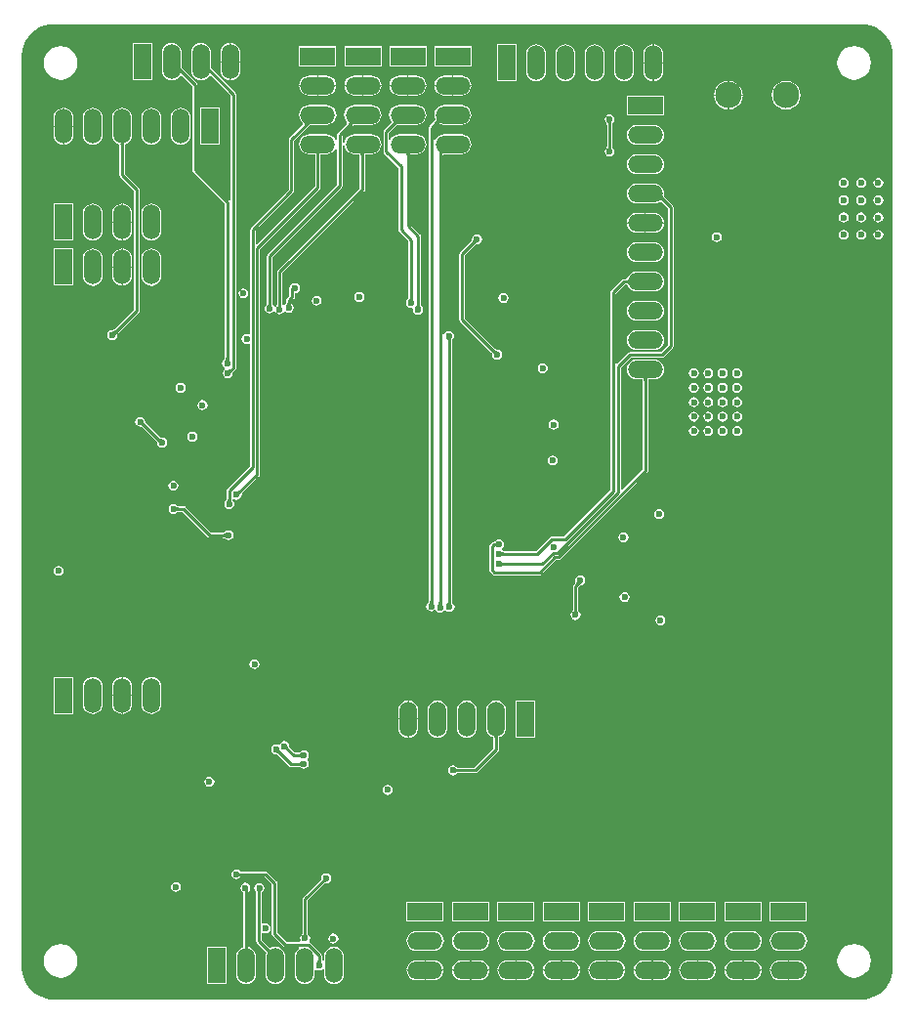
<source format=gbl>
G04*
G04 #@! TF.GenerationSoftware,Altium Limited,Altium Designer,21.9.2 (33)*
G04*
G04 Layer_Physical_Order=4*
G04 Layer_Color=16711680*
%FSLAX25Y25*%
%MOIN*%
G70*
G04*
G04 #@! TF.SameCoordinates,4D01AB76-DD33-443A-9DFE-E83AFE04FE17*
G04*
G04*
G04 #@! TF.FilePolarity,Positive*
G04*
G01*
G75*
%ADD17C,0.01000*%
%ADD81O,0.05937X0.11874*%
%ADD82R,0.05937X0.11874*%
%ADD83R,0.11874X0.05937*%
%ADD84O,0.11874X0.05937*%
%ADD85C,0.09055*%
%ADD86C,0.02362*%
G36*
X289106Y333595D02*
X290768Y333196D01*
X292348Y332542D01*
X293805Y331649D01*
X295105Y330538D01*
X296216Y329238D01*
X297109Y327781D01*
X297763Y326201D01*
X298162Y324539D01*
X298258Y323323D01*
X298295Y322835D01*
X298295Y322835D01*
X298295Y322343D01*
X298295Y11811D01*
X298296Y11807D01*
X298162Y10107D01*
X297763Y8444D01*
X297109Y6865D01*
X296216Y5407D01*
X295105Y4107D01*
X293805Y2997D01*
X292348Y2104D01*
X290768Y1450D01*
X289106Y1051D01*
X287406Y917D01*
X287402Y918D01*
X11811D01*
X11807Y917D01*
X10107Y1051D01*
X8444Y1450D01*
X6865Y2104D01*
X5407Y2997D01*
X4107Y4107D01*
X2997Y5407D01*
X2104Y6865D01*
X1450Y8444D01*
X1051Y10107D01*
X955Y11322D01*
X918Y11811D01*
X918Y11811D01*
X918Y12303D01*
X918Y322835D01*
X917Y322839D01*
X1051Y324539D01*
X1450Y326201D01*
X2104Y327781D01*
X2997Y329238D01*
X4107Y330538D01*
X5407Y331649D01*
X6865Y332542D01*
X8444Y333196D01*
X10107Y333595D01*
X11807Y333729D01*
X11811Y333728D01*
X287402D01*
X287406Y333729D01*
X289106Y333595D01*
D02*
G37*
%LPC*%
G36*
X72247Y327206D02*
Y321066D01*
X75445D01*
Y323835D01*
X75329Y324714D01*
X74990Y325533D01*
X74450Y326237D01*
X73746Y326777D01*
X72927Y327116D01*
X72247Y327206D01*
D02*
G37*
G36*
X71847D02*
X71168Y327116D01*
X70349Y326777D01*
X69645Y326237D01*
X69105Y325533D01*
X68765Y324714D01*
X68650Y323835D01*
Y321066D01*
X71847D01*
Y327206D01*
D02*
G37*
G36*
X216657Y326812D02*
Y320672D01*
X219854D01*
Y323441D01*
X219739Y324320D01*
X219399Y325140D01*
X218859Y325843D01*
X218156Y326383D01*
X217336Y326723D01*
X216657Y326812D01*
D02*
G37*
G36*
X216257D02*
X215577Y326723D01*
X214758Y326383D01*
X214054Y325843D01*
X213514Y325140D01*
X213175Y324320D01*
X213059Y323441D01*
Y320672D01*
X216257D01*
Y326812D01*
D02*
G37*
G36*
X154368Y326124D02*
X141694D01*
Y319387D01*
X154368D01*
Y326124D01*
D02*
G37*
G36*
X139014D02*
X126340D01*
Y319387D01*
X139014D01*
Y326124D01*
D02*
G37*
G36*
X123660D02*
X110986D01*
Y319387D01*
X123660D01*
Y326124D01*
D02*
G37*
G36*
X108306D02*
X95631D01*
Y319387D01*
X108306D01*
Y326124D01*
D02*
G37*
G36*
X285039Y326230D02*
X283549Y326034D01*
X282160Y325459D01*
X280968Y324544D01*
X280053Y323351D01*
X279478Y321963D01*
X279281Y320472D01*
X279478Y318982D01*
X280053Y317594D01*
X280968Y316401D01*
X282160Y315486D01*
X283549Y314911D01*
X285039Y314715D01*
X286530Y314911D01*
X287918Y315486D01*
X289111Y316401D01*
X290026Y317594D01*
X290601Y318982D01*
X290797Y320472D01*
X290601Y321963D01*
X290026Y323351D01*
X289111Y324544D01*
X287918Y325459D01*
X286530Y326034D01*
X285039Y326230D01*
D02*
G37*
G36*
X14173D02*
X12683Y326034D01*
X11294Y325459D01*
X10102Y324544D01*
X9187Y323351D01*
X8612Y321963D01*
X8415Y320472D01*
X8612Y318982D01*
X9187Y317594D01*
X10102Y316401D01*
X11294Y315486D01*
X12683Y314911D01*
X14173Y314715D01*
X15664Y314911D01*
X17052Y315486D01*
X18245Y316401D01*
X19160Y317594D01*
X19735Y318982D01*
X19931Y320472D01*
X19735Y321963D01*
X19160Y323351D01*
X18245Y324544D01*
X17052Y325459D01*
X15664Y326034D01*
X14173Y326230D01*
D02*
G37*
G36*
X45416Y327203D02*
X38679D01*
Y314529D01*
X45416D01*
Y327203D01*
D02*
G37*
G36*
X71847Y320666D02*
X68650D01*
Y317898D01*
X68765Y317018D01*
X69105Y316199D01*
X69645Y315495D01*
X70349Y314955D01*
X71168Y314616D01*
X71847Y314526D01*
Y320666D01*
D02*
G37*
G36*
X75445D02*
X72247D01*
Y314526D01*
X72927Y314616D01*
X73746Y314955D01*
X74450Y315495D01*
X74990Y316199D01*
X75329Y317018D01*
X75445Y317898D01*
Y320666D01*
D02*
G37*
G36*
X169825Y326810D02*
X163088D01*
Y314135D01*
X169825D01*
Y326810D01*
D02*
G37*
G36*
X219854Y320272D02*
X216657D01*
Y314133D01*
X217336Y314222D01*
X218156Y314562D01*
X218859Y315102D01*
X219399Y315805D01*
X219739Y316625D01*
X219854Y317504D01*
Y320272D01*
D02*
G37*
G36*
X216257D02*
X213059D01*
Y317504D01*
X213175Y316625D01*
X213514Y315805D01*
X214054Y315102D01*
X214758Y314562D01*
X215577Y314222D01*
X216257Y314133D01*
Y320272D01*
D02*
G37*
G36*
X206457Y326838D02*
X205577Y326723D01*
X204758Y326383D01*
X204054Y325843D01*
X203514Y325140D01*
X203175Y324320D01*
X203059Y323441D01*
Y317504D01*
X203175Y316625D01*
X203514Y315805D01*
X204054Y315102D01*
X204758Y314562D01*
X205577Y314222D01*
X206457Y314106D01*
X207336Y314222D01*
X208155Y314562D01*
X208859Y315102D01*
X209399Y315805D01*
X209738Y316625D01*
X209854Y317504D01*
Y323441D01*
X209738Y324320D01*
X209399Y325140D01*
X208859Y325843D01*
X208155Y326383D01*
X207336Y326723D01*
X206457Y326838D01*
D02*
G37*
G36*
X196457D02*
X195577Y326723D01*
X194758Y326383D01*
X194054Y325843D01*
X193514Y325140D01*
X193175Y324320D01*
X193059Y323441D01*
Y317504D01*
X193175Y316625D01*
X193514Y315805D01*
X194054Y315102D01*
X194758Y314562D01*
X195577Y314222D01*
X196457Y314106D01*
X197336Y314222D01*
X198155Y314562D01*
X198859Y315102D01*
X199399Y315805D01*
X199739Y316625D01*
X199854Y317504D01*
Y323441D01*
X199739Y324320D01*
X199399Y325140D01*
X198859Y325843D01*
X198155Y326383D01*
X197336Y326723D01*
X196457Y326838D01*
D02*
G37*
G36*
X186457D02*
X185577Y326723D01*
X184758Y326383D01*
X184054Y325843D01*
X183514Y325140D01*
X183175Y324320D01*
X183059Y323441D01*
Y317504D01*
X183175Y316625D01*
X183514Y315805D01*
X184054Y315102D01*
X184758Y314562D01*
X185577Y314222D01*
X186457Y314106D01*
X187336Y314222D01*
X188155Y314562D01*
X188859Y315102D01*
X189399Y315805D01*
X189739Y316625D01*
X189854Y317504D01*
Y323441D01*
X189739Y324320D01*
X189399Y325140D01*
X188859Y325843D01*
X188155Y326383D01*
X187336Y326723D01*
X186457Y326838D01*
D02*
G37*
G36*
X176457D02*
X175577Y326723D01*
X174758Y326383D01*
X174054Y325843D01*
X173514Y325140D01*
X173175Y324320D01*
X173059Y323441D01*
Y317504D01*
X173175Y316625D01*
X173514Y315805D01*
X174054Y315102D01*
X174758Y314562D01*
X175577Y314222D01*
X176457Y314106D01*
X177336Y314222D01*
X178156Y314562D01*
X178859Y315102D01*
X179399Y315805D01*
X179738Y316625D01*
X179854Y317504D01*
Y323441D01*
X179738Y324320D01*
X179399Y325140D01*
X178859Y325843D01*
X178156Y326383D01*
X177336Y326723D01*
X176457Y326838D01*
D02*
G37*
G36*
X151000Y316154D02*
X148231D01*
Y312956D01*
X154371D01*
X154282Y313635D01*
X153942Y314455D01*
X153402Y315158D01*
X152699Y315698D01*
X151879Y316038D01*
X151000Y316154D01*
D02*
G37*
G36*
X147831D02*
X145063D01*
X144184Y316038D01*
X143364Y315698D01*
X142660Y315158D01*
X142121Y314455D01*
X141781Y313635D01*
X141692Y312956D01*
X147831D01*
Y316154D01*
D02*
G37*
G36*
X135646D02*
X132877D01*
Y312956D01*
X139017D01*
X138927Y313635D01*
X138588Y314455D01*
X138048Y315158D01*
X137345Y315698D01*
X136525Y316038D01*
X135646Y316154D01*
D02*
G37*
G36*
X132477D02*
X129709D01*
X128829Y316038D01*
X128010Y315698D01*
X127306Y315158D01*
X126766Y314455D01*
X126427Y313635D01*
X126337Y312956D01*
X132477D01*
Y316154D01*
D02*
G37*
G36*
X120291D02*
X117523D01*
Y312956D01*
X123663D01*
X123573Y313635D01*
X123234Y314455D01*
X122694Y315158D01*
X121990Y315698D01*
X121171Y316038D01*
X120291Y316154D01*
D02*
G37*
G36*
X117123D02*
X114354D01*
X113475Y316038D01*
X112655Y315698D01*
X111952Y315158D01*
X111412Y314455D01*
X111073Y313635D01*
X110983Y312956D01*
X117123D01*
Y316154D01*
D02*
G37*
G36*
X104937D02*
X102169D01*
Y312956D01*
X108308D01*
X108219Y313635D01*
X107879Y314455D01*
X107340Y315158D01*
X106636Y315698D01*
X105816Y316038D01*
X104937Y316154D01*
D02*
G37*
G36*
X101769D02*
X99000D01*
X98121Y316038D01*
X97301Y315698D01*
X96598Y315158D01*
X96058Y314455D01*
X95718Y313635D01*
X95629Y312956D01*
X101769D01*
Y316154D01*
D02*
G37*
G36*
X242326Y314393D02*
Y309649D01*
X247070D01*
X246927Y310735D01*
X246430Y311934D01*
X245640Y312963D01*
X244611Y313753D01*
X243412Y314249D01*
X242326Y314393D01*
D02*
G37*
G36*
X241926Y314393D02*
X240840Y314249D01*
X239641Y313753D01*
X238612Y312963D01*
X237822Y311934D01*
X237325Y310735D01*
X237182Y309649D01*
X241926D01*
Y314393D01*
D02*
G37*
G36*
X154371Y312556D02*
X148231D01*
Y309358D01*
X151000D01*
X151879Y309474D01*
X152699Y309813D01*
X153402Y310353D01*
X153942Y311057D01*
X154282Y311877D01*
X154371Y312556D01*
D02*
G37*
G36*
X147831D02*
X141692D01*
X141781Y311877D01*
X142121Y311057D01*
X142660Y310353D01*
X143364Y309813D01*
X144184Y309474D01*
X145063Y309358D01*
X147831D01*
Y312556D01*
D02*
G37*
G36*
X139017D02*
X132877D01*
Y309358D01*
X135646D01*
X136525Y309474D01*
X137345Y309813D01*
X138048Y310353D01*
X138588Y311057D01*
X138927Y311877D01*
X139017Y312556D01*
D02*
G37*
G36*
X132477D02*
X126337D01*
X126427Y311877D01*
X126766Y311057D01*
X127306Y310353D01*
X128010Y309813D01*
X128829Y309474D01*
X129709Y309358D01*
X132477D01*
Y312556D01*
D02*
G37*
G36*
X123663D02*
X117523D01*
Y309358D01*
X120291D01*
X121171Y309474D01*
X121990Y309813D01*
X122694Y310353D01*
X123234Y311057D01*
X123573Y311877D01*
X123663Y312556D01*
D02*
G37*
G36*
X117123D02*
X110983D01*
X111073Y311877D01*
X111412Y311057D01*
X111952Y310353D01*
X112655Y309813D01*
X113475Y309474D01*
X114354Y309358D01*
X117123D01*
Y312556D01*
D02*
G37*
G36*
X108308D02*
X102169D01*
Y309358D01*
X104937D01*
X105816Y309474D01*
X106636Y309813D01*
X107340Y310353D01*
X107879Y311057D01*
X108219Y311877D01*
X108308Y312556D01*
D02*
G37*
G36*
X101769D02*
X95629D01*
X95718Y311877D01*
X96058Y311057D01*
X96598Y310353D01*
X97301Y309813D01*
X98121Y309474D01*
X99000Y309358D01*
X101769D01*
Y312556D01*
D02*
G37*
G36*
X247070Y309249D02*
X242326D01*
Y304505D01*
X243412Y304648D01*
X244611Y305145D01*
X245640Y305934D01*
X246430Y306964D01*
X246927Y308162D01*
X247070Y309249D01*
D02*
G37*
G36*
X241926D02*
X237182D01*
X237325Y308162D01*
X237822Y306964D01*
X238612Y305934D01*
X239641Y305145D01*
X240840Y304648D01*
X241926Y304505D01*
Y309249D01*
D02*
G37*
G36*
X261811Y314419D02*
X260525Y314249D01*
X259326Y313753D01*
X258297Y312963D01*
X257507Y311934D01*
X257010Y310735D01*
X256841Y309449D01*
X257010Y308162D01*
X257507Y306964D01*
X258297Y305934D01*
X259326Y305145D01*
X260525Y304648D01*
X261811Y304479D01*
X263097Y304648D01*
X264296Y305145D01*
X265325Y305934D01*
X266115Y306964D01*
X266612Y308162D01*
X266781Y309449D01*
X266612Y310735D01*
X266115Y311934D01*
X265325Y312963D01*
X264296Y313753D01*
X263097Y314249D01*
X261811Y314419D01*
D02*
G37*
G36*
X220116Y309195D02*
X207442D01*
Y302458D01*
X220116D01*
Y309195D01*
D02*
G37*
G36*
X151000Y306153D02*
X145063D01*
X144184Y306038D01*
X143364Y305698D01*
X142660Y305158D01*
X142121Y304455D01*
X141781Y303635D01*
X141665Y302756D01*
X141781Y301876D01*
X142058Y301208D01*
X142052Y301190D01*
X142019Y301120D01*
X141961Y301026D01*
X141876Y300913D01*
X141766Y300785D01*
X141623Y300636D01*
X141610Y300600D01*
X140001Y298991D01*
X139802Y298694D01*
X139732Y298342D01*
Y136864D01*
X139717Y136830D01*
X139714Y136722D01*
X139706Y136635D01*
X139694Y136555D01*
X139678Y136484D01*
X139659Y136420D01*
X139648Y136392D01*
X139438Y136251D01*
X139066Y135695D01*
X138936Y135039D01*
X139066Y134383D01*
X139438Y133827D01*
X139994Y133456D01*
X140650Y133325D01*
X141305Y133456D01*
X141862Y133827D01*
X142353Y133662D01*
X142489Y133459D01*
X143045Y133087D01*
X143701Y132957D01*
X144357Y133087D01*
X144913Y133459D01*
X145094Y133730D01*
X145695D01*
X145748Y133652D01*
X146304Y133280D01*
X146960Y133150D01*
X147616Y133280D01*
X148172Y133652D01*
X148544Y134208D01*
X148674Y134864D01*
X148544Y135520D01*
X148172Y136076D01*
X147857Y136286D01*
X147848Y136306D01*
X147829Y136364D01*
X147812Y136430D01*
X147800Y136506D01*
X147792Y136591D01*
X147789Y136698D01*
X147782Y136712D01*
X147787Y136727D01*
X147774Y136752D01*
Y225594D01*
X147789Y225628D01*
X147792Y225736D01*
X147799Y225827D01*
X147810Y225911D01*
X147825Y225987D01*
X147844Y226056D01*
X147850Y226074D01*
X147964Y226150D01*
X148336Y226706D01*
X148466Y227362D01*
X148336Y228018D01*
X147964Y228574D01*
X147408Y228946D01*
X146752Y229076D01*
X146096Y228946D01*
X145540Y228574D01*
X145168Y228018D01*
X145118Y227767D01*
X144618Y227816D01*
Y288971D01*
X145051Y289360D01*
X145063Y289358D01*
X151000D01*
X151879Y289474D01*
X152699Y289813D01*
X153402Y290353D01*
X153942Y291057D01*
X154282Y291877D01*
X154398Y292756D01*
X154282Y293635D01*
X153942Y294455D01*
X153402Y295158D01*
X152699Y295698D01*
X151879Y296038D01*
X151000Y296153D01*
X145063D01*
X144184Y296038D01*
X143364Y295698D01*
X142660Y295158D01*
X142121Y294455D01*
X142067Y294326D01*
X141567Y294425D01*
Y297962D01*
X142908Y299303D01*
X142943Y299316D01*
X143092Y299459D01*
X143220Y299569D01*
X143333Y299654D01*
X143427Y299712D01*
X143497Y299745D01*
X143515Y299751D01*
X144184Y299474D01*
X145063Y299358D01*
X151000D01*
X151879Y299474D01*
X152699Y299814D01*
X153402Y300354D01*
X153942Y301057D01*
X154282Y301876D01*
X154398Y302756D01*
X154282Y303635D01*
X153942Y304455D01*
X153402Y305158D01*
X152699Y305698D01*
X151879Y306038D01*
X151000Y306153D01*
D02*
G37*
G36*
X135646D02*
X129709D01*
X128829Y306038D01*
X128010Y305698D01*
X127306Y305158D01*
X126766Y304455D01*
X126427Y303635D01*
X126311Y302756D01*
X126427Y301876D01*
X126766Y301057D01*
X127306Y300354D01*
X127311Y300288D01*
X124646Y297624D01*
X124448Y297326D01*
X124378Y296975D01*
Y290158D01*
X124448Y289806D01*
X124646Y289509D01*
X129397Y284758D01*
Y263583D01*
X129467Y263231D01*
X129666Y262934D01*
X132941Y259659D01*
Y240407D01*
X132925Y240373D01*
X132922Y240266D01*
X132915Y240178D01*
X132903Y240099D01*
X132887Y240027D01*
X132868Y239963D01*
X132856Y239935D01*
X132646Y239795D01*
X132275Y239239D01*
X132144Y238583D01*
X132275Y237927D01*
X132646Y237371D01*
X133202Y236999D01*
X133858Y236869D01*
X134137Y236924D01*
X134562Y236499D01*
X134506Y236221D01*
X134637Y235564D01*
X135009Y235009D01*
X135564Y234637D01*
X136221Y234506D01*
X136876Y234637D01*
X137433Y235009D01*
X137804Y235564D01*
X137935Y236221D01*
X137804Y236876D01*
X137433Y237433D01*
X137222Y237573D01*
X137211Y237601D01*
X137192Y237665D01*
X137176Y237736D01*
X137164Y237816D01*
X137156Y237903D01*
X137153Y238011D01*
X137138Y238045D01*
Y261417D01*
X137068Y261769D01*
X136869Y262066D01*
X133595Y265341D01*
Y288740D01*
X133610Y288774D01*
X133615Y288953D01*
X133627Y289095D01*
X133646Y289210D01*
X133669Y289296D01*
X133691Y289350D01*
X133696Y289358D01*
X135646D01*
X136525Y289474D01*
X137345Y289813D01*
X138048Y290353D01*
X138588Y291057D01*
X138927Y291877D01*
X139043Y292756D01*
X138927Y293635D01*
X138588Y294455D01*
X138048Y295158D01*
X137345Y295698D01*
X136525Y296038D01*
X135646Y296153D01*
X129709D01*
X128829Y296038D01*
X128010Y295698D01*
X127306Y295158D01*
X126766Y294455D01*
X126713Y294326D01*
X126213Y294425D01*
Y296595D01*
X128882Y299264D01*
X128945Y299359D01*
X129034Y299447D01*
X129709Y299358D01*
X135646D01*
X136525Y299474D01*
X137345Y299814D01*
X138048Y300354D01*
X138588Y301057D01*
X138927Y301876D01*
X139043Y302756D01*
X138927Y303635D01*
X138588Y304455D01*
X138048Y305158D01*
X137345Y305698D01*
X136525Y306038D01*
X135646Y306153D01*
D02*
G37*
G36*
X15397Y305159D02*
Y299019D01*
X18594D01*
Y301787D01*
X18479Y302667D01*
X18139Y303486D01*
X17599Y304190D01*
X16896Y304730D01*
X16076Y305069D01*
X15397Y305159D01*
D02*
G37*
G36*
X14997D02*
X14318Y305069D01*
X13498Y304730D01*
X12794Y304190D01*
X12254Y303486D01*
X11915Y302667D01*
X11799Y301787D01*
Y299019D01*
X14997D01*
Y305159D01*
D02*
G37*
G36*
X120291Y306153D02*
X114354D01*
X113475Y306038D01*
X112655Y305698D01*
X111952Y305158D01*
X111412Y304455D01*
X111073Y303635D01*
X110957Y302756D01*
X111073Y301876D01*
X111412Y301057D01*
X111952Y300354D01*
X111868Y299787D01*
X111863Y299782D01*
X111850Y299748D01*
X111820Y299729D01*
X111817Y299714D01*
X108800Y296697D01*
X108601Y296400D01*
X108531Y296048D01*
Y294188D01*
X108031Y294088D01*
X107879Y294455D01*
X107340Y295158D01*
X106636Y295698D01*
X105816Y296038D01*
X104937Y296153D01*
X99000D01*
X98121Y296038D01*
X97301Y295698D01*
X96598Y295158D01*
X96058Y294455D01*
X95718Y293635D01*
X95602Y292756D01*
X95718Y291877D01*
X96058Y291057D01*
X96598Y290353D01*
X97301Y289813D01*
X98121Y289474D01*
X99000Y289358D01*
X100950D01*
X100955Y289350D01*
X100977Y289296D01*
X101000Y289210D01*
X101019Y289095D01*
X101031Y288953D01*
X101036Y288774D01*
X101051Y288740D01*
Y278333D01*
X81218Y258500D01*
X80756Y258692D01*
Y263317D01*
X93562Y276123D01*
X93761Y276420D01*
X93831Y276772D01*
Y293948D01*
X98601Y298718D01*
X98616Y298721D01*
X98636Y298752D01*
X98670Y298765D01*
X98826Y298915D01*
X98968Y299039D01*
X99101Y299141D01*
X99224Y299224D01*
X99336Y299288D01*
X99435Y299332D01*
X99516Y299358D01*
X104937D01*
X105816Y299474D01*
X106636Y299814D01*
X107340Y300354D01*
X107879Y301057D01*
X108219Y301876D01*
X108335Y302756D01*
X108219Y303635D01*
X107879Y304455D01*
X107340Y305158D01*
X106636Y305698D01*
X105816Y306038D01*
X104937Y306153D01*
X99000D01*
X98121Y306038D01*
X97301Y305698D01*
X96598Y305158D01*
X96058Y304455D01*
X95718Y303635D01*
X95602Y302756D01*
X95718Y301876D01*
X96058Y301057D01*
X96598Y300354D01*
X96773Y300219D01*
X96834Y300098D01*
X96863Y299597D01*
X96855Y299576D01*
X96831Y299544D01*
X92264Y294977D01*
X92066Y294679D01*
X91996Y294328D01*
Y277152D01*
X79190Y264346D01*
X78991Y264048D01*
X78921Y263697D01*
Y228059D01*
X78421Y227791D01*
X78313Y227863D01*
X77658Y227994D01*
X77002Y227863D01*
X76446Y227491D01*
X76074Y226936D01*
X75943Y226279D01*
X76074Y225624D01*
X76446Y225067D01*
X77002Y224696D01*
X77658Y224566D01*
X78313Y224696D01*
X78421Y224768D01*
X78921Y224501D01*
Y183073D01*
X71103Y175255D01*
X70904Y174958D01*
X70834Y174606D01*
Y171805D01*
X70819Y171771D01*
X70816Y171663D01*
X70809Y171576D01*
X70797Y171496D01*
X70781Y171425D01*
X70761Y171361D01*
X70750Y171333D01*
X70540Y171192D01*
X70168Y170636D01*
X70038Y169980D01*
X70168Y169324D01*
X70540Y168768D01*
X71096Y168397D01*
X71752Y168266D01*
X72408Y168397D01*
X72964Y168768D01*
X73335Y169324D01*
X73466Y169980D01*
X73335Y170636D01*
X72964Y171192D01*
X72936Y171211D01*
X72918Y171468D01*
X73367Y171739D01*
X73655Y171546D01*
X74311Y171416D01*
X74967Y171546D01*
X75523Y171918D01*
X75895Y172474D01*
X76025Y173130D01*
X75976Y173378D01*
X75988Y173406D01*
X76019Y173465D01*
X76058Y173526D01*
X76106Y173591D01*
X76163Y173658D01*
X76237Y173736D01*
X76250Y173771D01*
X81887Y179409D01*
X82086Y179706D01*
X82156Y180058D01*
Y256843D01*
X102617Y277304D01*
X102816Y277602D01*
X102886Y277953D01*
Y288740D01*
X102901Y288774D01*
X102906Y288953D01*
X102918Y289095D01*
X102937Y289210D01*
X102960Y289296D01*
X102982Y289350D01*
X102987Y289358D01*
X104937D01*
X105816Y289474D01*
X106636Y289813D01*
X107340Y290353D01*
X107879Y291057D01*
X108031Y291424D01*
X108531Y291324D01*
Y278866D01*
X84883Y255218D01*
X84684Y254920D01*
X84614Y254569D01*
Y238537D01*
X84599Y238503D01*
X84596Y238396D01*
X84588Y238308D01*
X84576Y238228D01*
X84560Y238157D01*
X84541Y238093D01*
X84530Y238065D01*
X84320Y237925D01*
X83948Y237368D01*
X83817Y236713D01*
X83948Y236057D01*
X84320Y235501D01*
X84876Y235129D01*
X85532Y234999D01*
X86187Y235129D01*
X86743Y235501D01*
X86891Y235721D01*
X87081Y235736D01*
X87456Y235667D01*
X87764Y235205D01*
X88320Y234834D01*
X88976Y234703D01*
X89632Y234834D01*
X90188Y235205D01*
X90366Y235471D01*
X90768Y235674D01*
X90993Y235579D01*
X91372Y235326D01*
X92028Y235195D01*
X92684Y235326D01*
X93240Y235697D01*
X93611Y236253D01*
X93742Y236910D01*
X93611Y237565D01*
X93240Y238122D01*
X93029Y238262D01*
X93018Y238290D01*
X92999Y238354D01*
X92983Y238425D01*
X92971Y238505D01*
X92963Y238593D01*
X92960Y238700D01*
X92945Y238734D01*
Y239187D01*
X93799Y240040D01*
X93997Y240338D01*
X94067Y240689D01*
Y241657D01*
X94140Y241850D01*
X94790Y241979D01*
X95346Y242351D01*
X95717Y242907D01*
X95848Y243563D01*
X95717Y244219D01*
X95346Y244775D01*
X94790Y245146D01*
X94134Y245277D01*
X93478Y245146D01*
X92922Y244775D01*
X92550Y244219D01*
X92534Y244135D01*
X92501Y244113D01*
X92302Y243816D01*
X92232Y243465D01*
Y242317D01*
X92228Y242298D01*
X92232Y242271D01*
Y241069D01*
X91379Y240216D01*
X91180Y239918D01*
X91110Y239567D01*
Y238734D01*
X91095Y238700D01*
X91092Y238593D01*
X91084Y238505D01*
X91072Y238425D01*
X91056Y238354D01*
X91037Y238290D01*
X91026Y238262D01*
X90816Y238122D01*
X90638Y237856D01*
X90440Y237756D01*
X90371Y237762D01*
X90273Y237785D01*
X90183Y237824D01*
X89922Y237997D01*
X89920Y238013D01*
X89912Y238100D01*
X89909Y238208D01*
X89894Y238242D01*
Y248833D01*
X117784Y276722D01*
X117983Y277020D01*
X118053Y277371D01*
Y288740D01*
X118068Y288774D01*
X118072Y288953D01*
X118085Y289095D01*
X118104Y289210D01*
X118126Y289296D01*
X118148Y289350D01*
X118154Y289358D01*
X120291D01*
X121171Y289474D01*
X121990Y289813D01*
X122694Y290353D01*
X123234Y291057D01*
X123573Y291877D01*
X123689Y292756D01*
X123573Y293635D01*
X123234Y294455D01*
X122694Y295158D01*
X121990Y295698D01*
X121171Y296038D01*
X120291Y296153D01*
X114354D01*
X113475Y296038D01*
X112655Y295698D01*
X111952Y295158D01*
X111412Y294455D01*
X111073Y293635D01*
X110957Y292756D01*
X111073Y291877D01*
X111412Y291057D01*
X111952Y290353D01*
X112655Y289813D01*
X113475Y289474D01*
X114354Y289358D01*
X116116D01*
X116121Y289350D01*
X116143Y289296D01*
X116166Y289210D01*
X116185Y289095D01*
X116198Y288953D01*
X116202Y288774D01*
X116217Y288740D01*
Y277751D01*
X88327Y249862D01*
X88129Y249564D01*
X88059Y249213D01*
Y238242D01*
X88044Y238208D01*
X88041Y238100D01*
X88033Y238013D01*
X88021Y237933D01*
X88005Y237862D01*
X87986Y237798D01*
X87975Y237770D01*
X87764Y237629D01*
X87617Y237409D01*
X87427Y237393D01*
X87052Y237463D01*
X86743Y237925D01*
X86533Y238065D01*
X86522Y238093D01*
X86503Y238157D01*
X86487Y238229D01*
X86475Y238308D01*
X86467Y238396D01*
X86464Y238503D01*
X86449Y238537D01*
Y254189D01*
X110098Y277837D01*
X110297Y278135D01*
X110366Y278486D01*
Y295668D01*
X113274Y298576D01*
X113308Y298588D01*
X113701Y298954D01*
X113865Y299088D01*
X114018Y299198D01*
X114152Y299281D01*
X114266Y299338D01*
X114330Y299362D01*
X114354Y299358D01*
X120291D01*
X121171Y299474D01*
X121990Y299814D01*
X122694Y300354D01*
X123234Y301057D01*
X123573Y301876D01*
X123689Y302756D01*
X123573Y303635D01*
X123234Y304455D01*
X122694Y305158D01*
X121990Y305698D01*
X121171Y306038D01*
X120291Y306153D01*
D02*
G37*
G36*
X68565Y305156D02*
X61828D01*
Y292482D01*
X68565D01*
Y305156D01*
D02*
G37*
G36*
X18594Y298619D02*
X15397D01*
Y292479D01*
X16076Y292569D01*
X16896Y292908D01*
X17599Y293448D01*
X18139Y294152D01*
X18479Y294971D01*
X18594Y295850D01*
Y298619D01*
D02*
G37*
G36*
X14997D02*
X11799D01*
Y295850D01*
X11915Y294971D01*
X12254Y294152D01*
X12794Y293448D01*
X13498Y292908D01*
X14318Y292569D01*
X14997Y292479D01*
Y298619D01*
D02*
G37*
G36*
X55197Y305185D02*
X54317Y305069D01*
X53498Y304730D01*
X52794Y304190D01*
X52254Y303486D01*
X51915Y302667D01*
X51799Y301787D01*
Y295850D01*
X51915Y294971D01*
X52254Y294152D01*
X52794Y293448D01*
X53498Y292908D01*
X54317Y292569D01*
X55197Y292453D01*
X56076Y292569D01*
X56896Y292908D01*
X57599Y293448D01*
X58139Y294152D01*
X58479Y294971D01*
X58594Y295850D01*
Y301787D01*
X58479Y302667D01*
X58139Y303486D01*
X57599Y304190D01*
X56896Y304730D01*
X56076Y305069D01*
X55197Y305185D01*
D02*
G37*
G36*
X45197D02*
X44317Y305069D01*
X43498Y304730D01*
X42794Y304190D01*
X42254Y303486D01*
X41915Y302667D01*
X41799Y301787D01*
Y295850D01*
X41915Y294971D01*
X42254Y294152D01*
X42794Y293448D01*
X43498Y292908D01*
X44317Y292569D01*
X45197Y292453D01*
X46076Y292569D01*
X46896Y292908D01*
X47599Y293448D01*
X48139Y294152D01*
X48479Y294971D01*
X48594Y295850D01*
Y301787D01*
X48479Y302667D01*
X48139Y303486D01*
X47599Y304190D01*
X46896Y304730D01*
X46076Y305069D01*
X45197Y305185D01*
D02*
G37*
G36*
X25197D02*
X24317Y305069D01*
X23498Y304730D01*
X22794Y304190D01*
X22254Y303486D01*
X21915Y302667D01*
X21799Y301787D01*
Y295850D01*
X21915Y294971D01*
X22254Y294152D01*
X22794Y293448D01*
X23498Y292908D01*
X24317Y292569D01*
X25197Y292453D01*
X26076Y292569D01*
X26896Y292908D01*
X27599Y293448D01*
X28139Y294152D01*
X28479Y294971D01*
X28594Y295850D01*
Y301787D01*
X28479Y302667D01*
X28139Y303486D01*
X27599Y304190D01*
X26896Y304730D01*
X26076Y305069D01*
X25197Y305185D01*
D02*
G37*
G36*
X216748Y299224D02*
X210811D01*
X209932Y299109D01*
X209112Y298769D01*
X208409Y298229D01*
X207869Y297526D01*
X207529Y296706D01*
X207414Y295827D01*
X207529Y294947D01*
X207869Y294128D01*
X208409Y293424D01*
X209112Y292884D01*
X209932Y292545D01*
X210811Y292429D01*
X216748D01*
X217627Y292545D01*
X218447Y292884D01*
X219150Y293424D01*
X219690Y294128D01*
X220030Y294947D01*
X220146Y295827D01*
X220030Y296706D01*
X219690Y297526D01*
X219150Y298229D01*
X218447Y298769D01*
X217627Y299109D01*
X216748Y299224D01*
D02*
G37*
G36*
X201575Y302895D02*
X200919Y302765D01*
X200363Y302393D01*
X199991Y301837D01*
X199861Y301181D01*
X199991Y300525D01*
X200363Y299969D01*
X200573Y299829D01*
X200584Y299800D01*
X200604Y299737D01*
X200620Y299665D01*
X200631Y299586D01*
X200639Y299498D01*
X200642Y299391D01*
X200657Y299357D01*
Y291982D01*
X200642Y291948D01*
X200639Y291841D01*
X200631Y291753D01*
X200620Y291673D01*
X200604Y291602D01*
X200584Y291538D01*
X200573Y291510D01*
X200363Y291370D01*
X199991Y290813D01*
X199861Y290158D01*
X199991Y289502D01*
X200363Y288946D01*
X200919Y288574D01*
X201575Y288443D01*
X202231Y288574D01*
X202787Y288946D01*
X203158Y289502D01*
X203289Y290158D01*
X203158Y290813D01*
X202787Y291370D01*
X202577Y291510D01*
X202566Y291538D01*
X202546Y291602D01*
X202530Y291673D01*
X202518Y291753D01*
X202510Y291841D01*
X202508Y291948D01*
X202492Y291982D01*
Y299357D01*
X202508Y299391D01*
X202510Y299498D01*
X202518Y299586D01*
X202530Y299665D01*
X202546Y299737D01*
X202565Y299800D01*
X202577Y299829D01*
X202787Y299969D01*
X203158Y300525D01*
X203289Y301181D01*
X203158Y301837D01*
X202787Y302393D01*
X202231Y302765D01*
X201575Y302895D01*
D02*
G37*
G36*
X216748Y289224D02*
X210811D01*
X209932Y289109D01*
X209112Y288769D01*
X208409Y288229D01*
X207869Y287526D01*
X207529Y286706D01*
X207414Y285827D01*
X207529Y284947D01*
X207869Y284128D01*
X208409Y283424D01*
X209112Y282884D01*
X209932Y282545D01*
X210811Y282429D01*
X216748D01*
X217627Y282545D01*
X218447Y282884D01*
X219150Y283424D01*
X219690Y284128D01*
X220030Y284947D01*
X220146Y285827D01*
X220030Y286706D01*
X219690Y287526D01*
X219150Y288229D01*
X218447Y288769D01*
X217627Y289109D01*
X216748Y289224D01*
D02*
G37*
G36*
X293307Y281242D02*
X292651Y281111D01*
X292095Y280740D01*
X291723Y280184D01*
X291593Y279528D01*
X291723Y278872D01*
X292095Y278316D01*
X292651Y277944D01*
X293307Y277814D01*
X293963Y277944D01*
X294519Y278316D01*
X294891Y278872D01*
X295021Y279528D01*
X294891Y280184D01*
X294519Y280740D01*
X293963Y281111D01*
X293307Y281242D01*
D02*
G37*
G36*
X287402D02*
X286746Y281111D01*
X286190Y280740D01*
X285818Y280184D01*
X285687Y279528D01*
X285818Y278872D01*
X286190Y278316D01*
X286746Y277944D01*
X287402Y277814D01*
X288057Y277944D01*
X288614Y278316D01*
X288985Y278872D01*
X289116Y279528D01*
X288985Y280184D01*
X288614Y280740D01*
X288057Y281111D01*
X287402Y281242D01*
D02*
G37*
G36*
X281496D02*
X280840Y281111D01*
X280284Y280740D01*
X279912Y280184D01*
X279782Y279528D01*
X279912Y278872D01*
X280284Y278316D01*
X280840Y277944D01*
X281496Y277814D01*
X282152Y277944D01*
X282708Y278316D01*
X283080Y278872D01*
X283210Y279528D01*
X283080Y280184D01*
X282708Y280740D01*
X282152Y281111D01*
X281496Y281242D01*
D02*
G37*
G36*
X62047Y327232D02*
X61168Y327116D01*
X60348Y326777D01*
X59645Y326237D01*
X59105Y325533D01*
X58765Y324714D01*
X58650Y323835D01*
Y317898D01*
X58765Y317018D01*
X59105Y316199D01*
X59645Y315495D01*
X60348Y314955D01*
X61168Y314616D01*
X62047Y314500D01*
X62927Y314616D01*
X63746Y314955D01*
X64450Y315495D01*
X64855Y316024D01*
X64857Y316026D01*
X65106Y316135D01*
X65308Y316148D01*
X65497Y316118D01*
X72311Y309305D01*
Y273709D01*
X72231Y273655D01*
X71639Y273655D01*
X60957Y284337D01*
Y312874D01*
X60887Y313225D01*
X60688Y313523D01*
X56059Y318152D01*
X56048Y318184D01*
X56041Y318187D01*
X56038Y318194D01*
X55898Y318341D01*
X55783Y318474D01*
X55686Y318602D01*
X55606Y318722D01*
X55542Y318834D01*
X55495Y318938D01*
X55463Y319033D01*
X55445Y319114D01*
Y323835D01*
X55329Y324714D01*
X54990Y325533D01*
X54450Y326237D01*
X53746Y326777D01*
X52927Y327116D01*
X52047Y327232D01*
X51168Y327116D01*
X50349Y326777D01*
X49645Y326237D01*
X49105Y325533D01*
X48765Y324714D01*
X48650Y323835D01*
Y317898D01*
X48765Y317018D01*
X49105Y316199D01*
X49645Y315495D01*
X50349Y314955D01*
X51168Y314616D01*
X52047Y314500D01*
X52927Y314616D01*
X53746Y314955D01*
X54450Y315495D01*
X54855Y316024D01*
X54857Y316026D01*
X55106Y316135D01*
X55308Y316148D01*
X55497Y316118D01*
X59122Y312494D01*
Y283957D01*
X59192Y283606D01*
X59390Y283308D01*
X70072Y272626D01*
Y219836D01*
X70057Y219802D01*
X70054Y219695D01*
X70046Y219607D01*
X70034Y219528D01*
X70018Y219456D01*
X69999Y219392D01*
X69988Y219364D01*
X69778Y219224D01*
X69406Y218668D01*
X69276Y218012D01*
X69406Y217356D01*
X69778Y216800D01*
X70227Y216500D01*
X70295Y216102D01*
X70274Y215930D01*
X70048Y215779D01*
X69676Y215223D01*
X69546Y214567D01*
X69676Y213911D01*
X70048Y213355D01*
X70604Y212983D01*
X71260Y212853D01*
X71916Y212983D01*
X72472Y213355D01*
X72843Y213911D01*
X72974Y214567D01*
X72934Y214767D01*
X72945Y214793D01*
X72979Y214853D01*
X73019Y214916D01*
X73069Y214982D01*
X73126Y215050D01*
X73201Y215128D01*
X73214Y215163D01*
X73877Y215826D01*
X74076Y216124D01*
X74146Y216475D01*
Y309685D01*
X74076Y310036D01*
X73877Y310334D01*
X66059Y318152D01*
X66048Y318184D01*
X66041Y318187D01*
X66038Y318194D01*
X65898Y318341D01*
X65783Y318474D01*
X65686Y318602D01*
X65605Y318722D01*
X65542Y318834D01*
X65495Y318938D01*
X65463Y319033D01*
X65445Y319114D01*
Y323835D01*
X65329Y324714D01*
X64990Y325533D01*
X64450Y326237D01*
X63746Y326777D01*
X62927Y327116D01*
X62047Y327232D01*
D02*
G37*
G36*
X293307Y275336D02*
X292651Y275206D01*
X292095Y274834D01*
X291723Y274278D01*
X291593Y273622D01*
X291723Y272966D01*
X292095Y272410D01*
X292651Y272039D01*
X293307Y271908D01*
X293963Y272039D01*
X294519Y272410D01*
X294891Y272966D01*
X295021Y273622D01*
X294891Y274278D01*
X294519Y274834D01*
X293963Y275206D01*
X293307Y275336D01*
D02*
G37*
G36*
X287402Y275336D02*
X286746Y275206D01*
X286190Y274834D01*
X285818Y274278D01*
X285687Y273622D01*
X285818Y272966D01*
X286190Y272410D01*
X286746Y272039D01*
X287402Y271908D01*
X288057Y272039D01*
X288614Y272410D01*
X288985Y272966D01*
X289116Y273622D01*
X288985Y274278D01*
X288614Y274834D01*
X288057Y275206D01*
X287402Y275336D01*
D02*
G37*
G36*
X281496Y275336D02*
X280840Y275206D01*
X280284Y274834D01*
X279912Y274278D01*
X279782Y273622D01*
X279912Y272966D01*
X280284Y272410D01*
X280840Y272039D01*
X281496Y271908D01*
X282152Y272039D01*
X282708Y272410D01*
X283080Y272966D01*
X283210Y273622D01*
X283080Y274278D01*
X282708Y274834D01*
X282152Y275206D01*
X281496Y275336D01*
D02*
G37*
G36*
X35397Y272481D02*
Y266342D01*
X38594D01*
Y269110D01*
X38479Y269990D01*
X38139Y270809D01*
X37599Y271513D01*
X36896Y272053D01*
X36076Y272392D01*
X35397Y272481D01*
D02*
G37*
G36*
X34997D02*
X34317Y272392D01*
X33498Y272053D01*
X32794Y271513D01*
X32254Y270809D01*
X31915Y269990D01*
X31799Y269110D01*
Y266342D01*
X34997D01*
Y272481D01*
D02*
G37*
G36*
X216748Y269224D02*
X213980D01*
Y266027D01*
X220119D01*
X220030Y266706D01*
X219690Y267526D01*
X219150Y268229D01*
X218447Y268769D01*
X217627Y269109D01*
X216748Y269224D01*
D02*
G37*
G36*
X213580D02*
X210811D01*
X209932Y269109D01*
X209112Y268769D01*
X208409Y268229D01*
X207869Y267526D01*
X207529Y266706D01*
X207440Y266027D01*
X213580D01*
Y269224D01*
D02*
G37*
G36*
X293307Y269431D02*
X292651Y269300D01*
X292095Y268929D01*
X291723Y268373D01*
X291593Y267717D01*
X291723Y267061D01*
X292095Y266505D01*
X292651Y266133D01*
X293307Y266002D01*
X293963Y266133D01*
X294519Y266505D01*
X294891Y267061D01*
X295021Y267717D01*
X294891Y268373D01*
X294519Y268929D01*
X293963Y269300D01*
X293307Y269431D01*
D02*
G37*
G36*
X287402Y269431D02*
X286746Y269300D01*
X286190Y268929D01*
X285818Y268373D01*
X285687Y267717D01*
X285818Y267061D01*
X286190Y266505D01*
X286746Y266133D01*
X287402Y266002D01*
X288057Y266133D01*
X288614Y266505D01*
X288985Y267061D01*
X289116Y267717D01*
X288985Y268373D01*
X288614Y268929D01*
X288057Y269300D01*
X287402Y269431D01*
D02*
G37*
G36*
X281496D02*
X280840Y269300D01*
X280284Y268929D01*
X279912Y268373D01*
X279782Y267717D01*
X279912Y267061D01*
X280284Y266505D01*
X280840Y266133D01*
X281496Y266002D01*
X282152Y266133D01*
X282708Y266505D01*
X283080Y267061D01*
X283210Y267717D01*
X283080Y268373D01*
X282708Y268929D01*
X282152Y269300D01*
X281496Y269431D01*
D02*
G37*
G36*
X220119Y265627D02*
X213980D01*
Y262429D01*
X216748D01*
X217627Y262545D01*
X218447Y262884D01*
X219150Y263424D01*
X219690Y264128D01*
X220030Y264947D01*
X220119Y265627D01*
D02*
G37*
G36*
X213580D02*
X207440D01*
X207529Y264947D01*
X207869Y264128D01*
X208409Y263424D01*
X209112Y262884D01*
X209932Y262545D01*
X210811Y262429D01*
X213580D01*
Y265627D01*
D02*
G37*
G36*
X293307Y263525D02*
X292651Y263395D01*
X292095Y263023D01*
X291723Y262467D01*
X291593Y261811D01*
X291723Y261155D01*
X292095Y260599D01*
X292651Y260227D01*
X293307Y260097D01*
X293963Y260227D01*
X294519Y260599D01*
X294891Y261155D01*
X295021Y261811D01*
X294891Y262467D01*
X294519Y263023D01*
X293963Y263395D01*
X293307Y263525D01*
D02*
G37*
G36*
X287402Y263525D02*
X286746Y263395D01*
X286190Y263023D01*
X285818Y262467D01*
X285687Y261811D01*
X285818Y261155D01*
X286190Y260599D01*
X286746Y260227D01*
X287402Y260097D01*
X288057Y260227D01*
X288614Y260599D01*
X288985Y261155D01*
X289116Y261811D01*
X288985Y262467D01*
X288614Y263023D01*
X288057Y263395D01*
X287402Y263525D01*
D02*
G37*
G36*
X281496D02*
X280840Y263395D01*
X280284Y263023D01*
X279912Y262467D01*
X279782Y261811D01*
X279912Y261155D01*
X280284Y260599D01*
X280840Y260227D01*
X281496Y260097D01*
X282152Y260227D01*
X282708Y260599D01*
X283080Y261155D01*
X283210Y261811D01*
X283080Y262467D01*
X282708Y263023D01*
X282152Y263395D01*
X281496Y263525D01*
D02*
G37*
G36*
X18565Y272479D02*
X11828D01*
Y259805D01*
X18565D01*
Y272479D01*
D02*
G37*
G36*
X38594Y265942D02*
X35397D01*
Y259802D01*
X36076Y259891D01*
X36896Y260231D01*
X37599Y260771D01*
X38139Y261474D01*
X38479Y262294D01*
X38594Y263173D01*
Y265942D01*
D02*
G37*
G36*
X34997D02*
X31799D01*
Y263173D01*
X31915Y262294D01*
X32254Y261474D01*
X32794Y260771D01*
X33498Y260231D01*
X34317Y259891D01*
X34997Y259802D01*
Y265942D01*
D02*
G37*
G36*
X45197Y272508D02*
X44317Y272392D01*
X43498Y272053D01*
X42794Y271513D01*
X42254Y270809D01*
X41915Y269990D01*
X41799Y269110D01*
Y263173D01*
X41915Y262294D01*
X42254Y261474D01*
X42794Y260771D01*
X43498Y260231D01*
X44317Y259891D01*
X45197Y259776D01*
X46076Y259891D01*
X46896Y260231D01*
X47599Y260771D01*
X48139Y261474D01*
X48479Y262294D01*
X48594Y263173D01*
Y269110D01*
X48479Y269990D01*
X48139Y270809D01*
X47599Y271513D01*
X46896Y272053D01*
X46076Y272392D01*
X45197Y272508D01*
D02*
G37*
G36*
X25197D02*
X24317Y272392D01*
X23498Y272053D01*
X22794Y271513D01*
X22254Y270809D01*
X21915Y269990D01*
X21799Y269110D01*
Y263173D01*
X21915Y262294D01*
X22254Y261474D01*
X22794Y260771D01*
X23498Y260231D01*
X24317Y259891D01*
X25197Y259776D01*
X26076Y259891D01*
X26896Y260231D01*
X27599Y260771D01*
X28139Y261474D01*
X28479Y262294D01*
X28594Y263173D01*
Y269110D01*
X28479Y269990D01*
X28139Y270809D01*
X27599Y271513D01*
X26896Y272053D01*
X26076Y272392D01*
X25197Y272508D01*
D02*
G37*
G36*
X238189Y262738D02*
X237533Y262607D01*
X236977Y262236D01*
X236605Y261680D01*
X236475Y261024D01*
X236605Y260368D01*
X236977Y259812D01*
X237533Y259440D01*
X238189Y259310D01*
X238845Y259440D01*
X239401Y259812D01*
X239773Y260368D01*
X239903Y261024D01*
X239773Y261680D01*
X239401Y262236D01*
X238845Y262607D01*
X238189Y262738D01*
D02*
G37*
G36*
X156299Y262049D02*
X155643Y261918D01*
X155087Y261547D01*
X154716Y260991D01*
X154585Y260335D01*
X154634Y260087D01*
X154622Y260059D01*
X154591Y260000D01*
X154552Y259938D01*
X154504Y259874D01*
X154447Y259806D01*
X154374Y259728D01*
X154360Y259693D01*
X150532Y255865D01*
X150333Y255568D01*
X150264Y255217D01*
Y232972D01*
X150333Y232621D01*
X150532Y232324D01*
X161250Y221606D01*
X161263Y221571D01*
X161337Y221493D01*
X161394Y221426D01*
X161442Y221361D01*
X161481Y221299D01*
X161512Y221240D01*
X161524Y221212D01*
X161475Y220965D01*
X161605Y220309D01*
X161977Y219753D01*
X162533Y219381D01*
X163189Y219250D01*
X163845Y219381D01*
X164401Y219753D01*
X164772Y220309D01*
X164903Y220965D01*
X164772Y221620D01*
X164401Y222177D01*
X163845Y222548D01*
X163189Y222679D01*
X162941Y222629D01*
X162913Y222641D01*
X162854Y222673D01*
X162793Y222712D01*
X162728Y222760D01*
X162661Y222816D01*
X162583Y222890D01*
X162548Y222903D01*
X152099Y233352D01*
Y254837D01*
X155658Y258396D01*
X155693Y258409D01*
X155771Y258483D01*
X155838Y258540D01*
X155903Y258587D01*
X155965Y258627D01*
X156024Y258658D01*
X156051Y258670D01*
X156299Y258621D01*
X156955Y258751D01*
X157511Y259123D01*
X157883Y259679D01*
X158013Y260335D01*
X157883Y260991D01*
X157511Y261547D01*
X156955Y261918D01*
X156299Y262049D01*
D02*
G37*
G36*
X216748Y259224D02*
X210811D01*
X209932Y259109D01*
X209112Y258769D01*
X208409Y258229D01*
X207869Y257526D01*
X207529Y256706D01*
X207414Y255827D01*
X207529Y254947D01*
X207869Y254128D01*
X208409Y253424D01*
X209112Y252884D01*
X209932Y252545D01*
X210811Y252429D01*
X216748D01*
X217627Y252545D01*
X218447Y252884D01*
X219150Y253424D01*
X219690Y254128D01*
X220030Y254947D01*
X220146Y255827D01*
X220030Y256706D01*
X219690Y257526D01*
X219150Y258229D01*
X218447Y258769D01*
X217627Y259109D01*
X216748Y259224D01*
D02*
G37*
G36*
X35397Y257127D02*
Y250987D01*
X38594D01*
Y253756D01*
X38479Y254635D01*
X38139Y255455D01*
X37599Y256158D01*
X36896Y256698D01*
X36076Y257038D01*
X35397Y257127D01*
D02*
G37*
G36*
X34997D02*
X34317Y257038D01*
X33498Y256698D01*
X32794Y256158D01*
X32254Y255455D01*
X31915Y254635D01*
X31799Y253756D01*
Y250987D01*
X34997D01*
Y257127D01*
D02*
G37*
G36*
X18565Y257124D02*
X11828D01*
Y244450D01*
X18565D01*
Y257124D01*
D02*
G37*
G36*
X38594Y250587D02*
X35397D01*
Y244448D01*
X36076Y244537D01*
X36896Y244877D01*
X37599Y245416D01*
X38139Y246120D01*
X38479Y246939D01*
X38594Y247819D01*
Y250587D01*
D02*
G37*
G36*
X34997D02*
X31799D01*
Y247819D01*
X31915Y246939D01*
X32254Y246120D01*
X32794Y245416D01*
X33498Y244877D01*
X34317Y244537D01*
X34997Y244448D01*
Y250587D01*
D02*
G37*
G36*
X45197Y257154D02*
X44317Y257038D01*
X43498Y256698D01*
X42794Y256158D01*
X42254Y255455D01*
X41915Y254635D01*
X41799Y253756D01*
Y247819D01*
X41915Y246939D01*
X42254Y246120D01*
X42794Y245416D01*
X43498Y244877D01*
X44317Y244537D01*
X45197Y244421D01*
X46076Y244537D01*
X46896Y244877D01*
X47599Y245416D01*
X48139Y246120D01*
X48479Y246939D01*
X48594Y247819D01*
Y253756D01*
X48479Y254635D01*
X48139Y255455D01*
X47599Y256158D01*
X46896Y256698D01*
X46076Y257038D01*
X45197Y257154D01*
D02*
G37*
G36*
X25197D02*
X24317Y257038D01*
X23498Y256698D01*
X22794Y256158D01*
X22254Y255455D01*
X21915Y254635D01*
X21799Y253756D01*
Y247819D01*
X21915Y246939D01*
X22254Y246120D01*
X22794Y245416D01*
X23498Y244877D01*
X24317Y244537D01*
X25197Y244421D01*
X26076Y244537D01*
X26896Y244877D01*
X27599Y245416D01*
X28139Y246120D01*
X28479Y246939D01*
X28594Y247819D01*
Y253756D01*
X28479Y254635D01*
X28139Y255455D01*
X27599Y256158D01*
X26896Y256698D01*
X26076Y257038D01*
X25197Y257154D01*
D02*
G37*
G36*
X216748Y279224D02*
X210811D01*
X209932Y279109D01*
X209112Y278769D01*
X208409Y278229D01*
X207869Y277526D01*
X207529Y276706D01*
X207414Y275827D01*
X207529Y274947D01*
X207869Y274128D01*
X208409Y273424D01*
X209112Y272884D01*
X209932Y272545D01*
X210811Y272429D01*
X216748D01*
X217627Y272545D01*
X218447Y272884D01*
X218936Y273260D01*
X218939Y273258D01*
X219022Y273209D01*
X219127Y273131D01*
X219253Y273024D01*
X219401Y272882D01*
X219436Y272868D01*
X219469Y272836D01*
X219478Y272823D01*
X219482Y272823D01*
X221523Y270781D01*
Y224199D01*
X219108Y221784D01*
X208465D01*
X208113Y221714D01*
X207816Y221515D01*
X204075Y217774D01*
X203575Y217982D01*
Y241746D01*
X206738Y244909D01*
X206845D01*
X206880Y244894D01*
X207086Y244889D01*
X207255Y244876D01*
X207394Y244856D01*
X207502Y244831D01*
X207575Y244805D01*
X207592Y244796D01*
X207869Y244128D01*
X208409Y243424D01*
X209112Y242884D01*
X209932Y242545D01*
X210811Y242429D01*
X216748D01*
X217627Y242545D01*
X218447Y242884D01*
X219150Y243424D01*
X219690Y244128D01*
X220030Y244947D01*
X220146Y245827D01*
X220030Y246706D01*
X219690Y247526D01*
X219150Y248229D01*
X218447Y248769D01*
X217627Y249109D01*
X216748Y249224D01*
X210811D01*
X209932Y249109D01*
X209112Y248769D01*
X208409Y248229D01*
X207869Y247526D01*
X207592Y246857D01*
X207575Y246848D01*
X207502Y246822D01*
X207394Y246797D01*
X207255Y246777D01*
X207086Y246764D01*
X206880Y246760D01*
X206845Y246744D01*
X206358D01*
X206007Y246674D01*
X205709Y246476D01*
X202009Y242775D01*
X201810Y242477D01*
X201740Y242126D01*
Y174691D01*
X185939Y158890D01*
X181890D01*
X181539Y158820D01*
X181241Y158621D01*
X176490Y153870D01*
X170974D01*
X170974Y153870D01*
X165604D01*
X165570Y153886D01*
X165463Y153888D01*
X165375Y153896D01*
X165295Y153908D01*
X165224Y153924D01*
X165160Y153943D01*
X165132Y153955D01*
X164991Y154165D01*
X164825Y154276D01*
Y154877D01*
X164991Y154989D01*
X165363Y155545D01*
X165494Y156201D01*
X165363Y156857D01*
X164991Y157413D01*
X164436Y157784D01*
X163779Y157915D01*
X163124Y157784D01*
X162567Y157413D01*
X162389Y157145D01*
X162382Y157144D01*
X162313Y157134D01*
X162114Y157120D01*
X161996Y157118D01*
X161925Y157088D01*
X161652Y157033D01*
X161354Y156834D01*
X160768Y156249D01*
X160570Y155951D01*
X160500Y155600D01*
Y147539D01*
X160570Y147188D01*
X160768Y146890D01*
X161654Y146005D01*
X161952Y145806D01*
X162303Y145736D01*
X177716D01*
X178067Y145806D01*
X178365Y146005D01*
X183275Y150915D01*
X184259D01*
X184610Y150985D01*
X184908Y151183D01*
X214447Y180722D01*
X214646Y181020D01*
X214715Y181371D01*
Y211828D01*
X214731Y211863D01*
X214735Y212042D01*
X214748Y212184D01*
X214767Y212299D01*
X214789Y212384D01*
X214811Y212439D01*
X214816Y212447D01*
X216766D01*
X217646Y212563D01*
X218465Y212902D01*
X219169Y213442D01*
X219709Y214146D01*
X220048Y214965D01*
X220164Y215845D01*
X220048Y216724D01*
X219709Y217544D01*
X219169Y218247D01*
X218465Y218787D01*
X217646Y219127D01*
X216766Y219242D01*
X210829D01*
X209950Y219127D01*
X209131Y218787D01*
X208427Y218247D01*
X207887Y217544D01*
X207547Y216724D01*
X207432Y215845D01*
X207547Y214965D01*
X207887Y214146D01*
X208427Y213442D01*
X209131Y212902D01*
X209950Y212563D01*
X210829Y212447D01*
X212779D01*
X212784Y212439D01*
X212806Y212384D01*
X212829Y212299D01*
X212848Y212184D01*
X212860Y212042D01*
X212865Y211863D01*
X212880Y211828D01*
Y181751D01*
X205907Y174778D01*
X205445Y174970D01*
Y216549D01*
X208845Y219949D01*
X219488D01*
X219839Y220018D01*
X220137Y220217D01*
X223090Y223170D01*
X223289Y223468D01*
X223359Y223819D01*
Y271161D01*
X223289Y271513D01*
X223090Y271810D01*
X220556Y274344D01*
X220542Y274379D01*
X220396Y274533D01*
X220279Y274668D01*
X220186Y274790D01*
X220117Y274897D01*
X220071Y274986D01*
X220045Y275054D01*
X220044Y275057D01*
X220146Y275827D01*
X220030Y276706D01*
X219690Y277526D01*
X219150Y278229D01*
X218447Y278769D01*
X217627Y279109D01*
X216748Y279224D01*
D02*
G37*
G36*
X76575Y243545D02*
X75919Y243414D01*
X75363Y243043D01*
X74991Y242487D01*
X74861Y241831D01*
X74991Y241175D01*
X75363Y240619D01*
X75919Y240247D01*
X76575Y240117D01*
X77231Y240247D01*
X77787Y240619D01*
X78158Y241175D01*
X78289Y241831D01*
X78158Y242487D01*
X77787Y243043D01*
X77231Y243414D01*
X76575Y243545D01*
D02*
G37*
G36*
X116142Y242265D02*
X115486Y242135D01*
X114930Y241763D01*
X114558Y241207D01*
X114428Y240551D01*
X114558Y239895D01*
X114930Y239339D01*
X115486Y238968D01*
X116142Y238837D01*
X116798Y238968D01*
X117354Y239339D01*
X117725Y239895D01*
X117856Y240551D01*
X117725Y241207D01*
X117354Y241763D01*
X116798Y242135D01*
X116142Y242265D01*
D02*
G37*
G36*
X165354Y241970D02*
X164698Y241840D01*
X164142Y241468D01*
X163771Y240912D01*
X163640Y240256D01*
X163771Y239600D01*
X164142Y239044D01*
X164698Y238672D01*
X165354Y238542D01*
X166010Y238672D01*
X166566Y239044D01*
X166938Y239600D01*
X167068Y240256D01*
X166938Y240912D01*
X166566Y241468D01*
X166010Y241840D01*
X165354Y241970D01*
D02*
G37*
G36*
X101575Y241084D02*
X100919Y240954D01*
X100363Y240582D01*
X99991Y240026D01*
X99861Y239370D01*
X99991Y238714D01*
X100363Y238158D01*
X100919Y237787D01*
X101575Y237656D01*
X102231Y237787D01*
X102787Y238158D01*
X103158Y238714D01*
X103289Y239370D01*
X103158Y240026D01*
X102787Y240582D01*
X102231Y240954D01*
X101575Y241084D01*
D02*
G37*
G36*
X216766Y239243D02*
X210829D01*
X209950Y239127D01*
X209131Y238788D01*
X208427Y238248D01*
X207887Y237544D01*
X207547Y236725D01*
X207432Y235846D01*
X207547Y234966D01*
X207887Y234147D01*
X208427Y233443D01*
X209131Y232903D01*
X209950Y232564D01*
X210829Y232448D01*
X216766D01*
X217646Y232564D01*
X218465Y232903D01*
X219169Y233443D01*
X219709Y234147D01*
X220048Y234966D01*
X220164Y235846D01*
X220048Y236725D01*
X219709Y237544D01*
X219169Y238248D01*
X218465Y238788D01*
X217646Y239127D01*
X216766Y239243D01*
D02*
G37*
G36*
X35197Y305185D02*
X34317Y305069D01*
X33498Y304730D01*
X32794Y304190D01*
X32254Y303486D01*
X31915Y302667D01*
X31799Y301787D01*
Y295850D01*
X31915Y294971D01*
X32254Y294152D01*
X32794Y293448D01*
X33498Y292908D01*
X34166Y292631D01*
X34175Y292615D01*
X34201Y292541D01*
X34226Y292434D01*
X34246Y292294D01*
X34259Y292125D01*
X34264Y291919D01*
X34279Y291884D01*
Y282126D01*
X34349Y281775D01*
X34548Y281477D01*
X39240Y276785D01*
Y236404D01*
X32433Y229596D01*
X32398Y229583D01*
X32320Y229509D01*
X32252Y229453D01*
X32188Y229405D01*
X32126Y229366D01*
X32067Y229334D01*
X32039Y229322D01*
X31791Y229372D01*
X31135Y229241D01*
X30579Y228870D01*
X30208Y228313D01*
X30077Y227658D01*
X30208Y227002D01*
X30579Y226446D01*
X31135Y226074D01*
X31791Y225943D01*
X32447Y226074D01*
X33003Y226446D01*
X33375Y227002D01*
X33505Y227658D01*
X33456Y227905D01*
X33468Y227933D01*
X33499Y227992D01*
X33539Y228054D01*
X33586Y228119D01*
X33643Y228186D01*
X33717Y228264D01*
X33730Y228299D01*
X40806Y235375D01*
X41005Y235672D01*
X41075Y236024D01*
Y277165D01*
X41005Y277517D01*
X40806Y277814D01*
X36114Y282506D01*
Y291884D01*
X36130Y291919D01*
X36134Y292125D01*
X36147Y292294D01*
X36167Y292434D01*
X36193Y292541D01*
X36219Y292615D01*
X36227Y292631D01*
X36896Y292908D01*
X37599Y293448D01*
X38139Y294152D01*
X38479Y294971D01*
X38594Y295850D01*
Y301787D01*
X38479Y302667D01*
X38139Y303486D01*
X37599Y304190D01*
X36896Y304730D01*
X36076Y305069D01*
X35197Y305185D01*
D02*
G37*
G36*
X216766Y229228D02*
X210829D01*
X209950Y229113D01*
X209131Y228773D01*
X208427Y228233D01*
X207887Y227530D01*
X207547Y226710D01*
X207432Y225831D01*
X207547Y224952D01*
X207887Y224132D01*
X208427Y223429D01*
X209131Y222888D01*
X209950Y222549D01*
X210829Y222433D01*
X216766D01*
X217646Y222549D01*
X218465Y222888D01*
X219169Y223429D01*
X219709Y224132D01*
X220048Y224952D01*
X220164Y225831D01*
X220048Y226710D01*
X219709Y227530D01*
X219169Y228233D01*
X218465Y228773D01*
X217646Y229113D01*
X216766Y229228D01*
D02*
G37*
G36*
X178740Y218053D02*
X178084Y217922D01*
X177528Y217551D01*
X177157Y216995D01*
X177026Y216339D01*
X177157Y215683D01*
X177528Y215127D01*
X178084Y214755D01*
X178740Y214625D01*
X179396Y214755D01*
X179952Y215127D01*
X180324Y215683D01*
X180454Y216339D01*
X180324Y216995D01*
X179952Y217551D01*
X179396Y217922D01*
X178740Y218053D01*
D02*
G37*
G36*
X245079Y216281D02*
X244423Y216150D01*
X243867Y215779D01*
X243495Y215223D01*
X243365Y214567D01*
X243495Y213911D01*
X243867Y213355D01*
X244423Y212983D01*
X245079Y212853D01*
X245735Y212983D01*
X246291Y213355D01*
X246662Y213911D01*
X246793Y214567D01*
X246662Y215223D01*
X246291Y215779D01*
X245735Y216150D01*
X245079Y216281D01*
D02*
G37*
G36*
X240158D02*
X239502Y216150D01*
X238946Y215779D01*
X238574Y215223D01*
X238443Y214567D01*
X238574Y213911D01*
X238946Y213355D01*
X239502Y212983D01*
X240158Y212853D01*
X240813Y212983D01*
X241370Y213355D01*
X241741Y213911D01*
X241872Y214567D01*
X241741Y215223D01*
X241370Y215779D01*
X240813Y216150D01*
X240158Y216281D01*
D02*
G37*
G36*
X235236D02*
X234580Y216150D01*
X234024Y215779D01*
X233653Y215223D01*
X233522Y214567D01*
X233653Y213911D01*
X234024Y213355D01*
X234580Y212983D01*
X235236Y212853D01*
X235892Y212983D01*
X236448Y213355D01*
X236820Y213911D01*
X236950Y214567D01*
X236820Y215223D01*
X236448Y215779D01*
X235892Y216150D01*
X235236Y216281D01*
D02*
G37*
G36*
X230315D02*
X229659Y216150D01*
X229103Y215779D01*
X228731Y215223D01*
X228601Y214567D01*
X228731Y213911D01*
X229103Y213355D01*
X229659Y212983D01*
X230315Y212853D01*
X230971Y212983D01*
X231527Y213355D01*
X231898Y213911D01*
X232029Y214567D01*
X231898Y215223D01*
X231527Y215779D01*
X230971Y216150D01*
X230315Y216281D01*
D02*
G37*
G36*
X245079Y211360D02*
X244423Y211229D01*
X243867Y210858D01*
X243495Y210302D01*
X243365Y209646D01*
X243495Y208990D01*
X243867Y208434D01*
X244423Y208062D01*
X245079Y207932D01*
X245735Y208062D01*
X246291Y208434D01*
X246662Y208990D01*
X246793Y209646D01*
X246662Y210302D01*
X246291Y210858D01*
X245735Y211229D01*
X245079Y211360D01*
D02*
G37*
G36*
X240158D02*
X239502Y211229D01*
X238946Y210858D01*
X238574Y210302D01*
X238443Y209646D01*
X238574Y208990D01*
X238946Y208434D01*
X239502Y208062D01*
X240158Y207932D01*
X240813Y208062D01*
X241370Y208434D01*
X241741Y208990D01*
X241872Y209646D01*
X241741Y210302D01*
X241370Y210858D01*
X240813Y211229D01*
X240158Y211360D01*
D02*
G37*
G36*
X235236D02*
X234580Y211229D01*
X234024Y210858D01*
X233653Y210302D01*
X233522Y209646D01*
X233653Y208990D01*
X234024Y208434D01*
X234580Y208062D01*
X235236Y207932D01*
X235892Y208062D01*
X236448Y208434D01*
X236820Y208990D01*
X236950Y209646D01*
X236820Y210302D01*
X236448Y210858D01*
X235892Y211229D01*
X235236Y211360D01*
D02*
G37*
G36*
X230315D02*
X229659Y211229D01*
X229103Y210858D01*
X228731Y210302D01*
X228601Y209646D01*
X228731Y208990D01*
X229103Y208434D01*
X229659Y208062D01*
X230315Y207932D01*
X230971Y208062D01*
X231527Y208434D01*
X231898Y208990D01*
X232029Y209646D01*
X231898Y210302D01*
X231527Y210858D01*
X230971Y211229D01*
X230315Y211360D01*
D02*
G37*
G36*
X55118D02*
X54462Y211229D01*
X53906Y210858D01*
X53535Y210302D01*
X53404Y209646D01*
X53535Y208990D01*
X53906Y208434D01*
X54462Y208062D01*
X55118Y207932D01*
X55774Y208062D01*
X56330Y208434D01*
X56702Y208990D01*
X56832Y209646D01*
X56702Y210302D01*
X56330Y210858D01*
X55774Y211229D01*
X55118Y211360D01*
D02*
G37*
G36*
X245079Y206438D02*
X244423Y206308D01*
X243867Y205936D01*
X243495Y205380D01*
X243365Y204724D01*
X243495Y204068D01*
X243867Y203512D01*
X244423Y203141D01*
X245079Y203010D01*
X245735Y203141D01*
X246291Y203512D01*
X246662Y204068D01*
X246793Y204724D01*
X246662Y205380D01*
X246291Y205936D01*
X245735Y206308D01*
X245079Y206438D01*
D02*
G37*
G36*
X240158D02*
X239502Y206308D01*
X238946Y205936D01*
X238574Y205380D01*
X238443Y204724D01*
X238574Y204068D01*
X238946Y203512D01*
X239502Y203141D01*
X240158Y203010D01*
X240813Y203141D01*
X241370Y203512D01*
X241741Y204068D01*
X241872Y204724D01*
X241741Y205380D01*
X241370Y205936D01*
X240813Y206308D01*
X240158Y206438D01*
D02*
G37*
G36*
X235236D02*
X234580Y206308D01*
X234024Y205936D01*
X233653Y205380D01*
X233522Y204724D01*
X233653Y204068D01*
X234024Y203512D01*
X234580Y203141D01*
X235236Y203010D01*
X235892Y203141D01*
X236448Y203512D01*
X236820Y204068D01*
X236950Y204724D01*
X236820Y205380D01*
X236448Y205936D01*
X235892Y206308D01*
X235236Y206438D01*
D02*
G37*
G36*
X230315D02*
X229659Y206308D01*
X229103Y205936D01*
X228731Y205380D01*
X228601Y204724D01*
X228731Y204068D01*
X229103Y203512D01*
X229659Y203141D01*
X230315Y203010D01*
X230971Y203141D01*
X231527Y203512D01*
X231898Y204068D01*
X232029Y204724D01*
X231898Y205380D01*
X231527Y205936D01*
X230971Y206308D01*
X230315Y206438D01*
D02*
G37*
G36*
X62608Y205454D02*
X61953Y205324D01*
X61396Y204952D01*
X61025Y204396D01*
X60895Y203740D01*
X61025Y203084D01*
X61396Y202528D01*
X61953Y202157D01*
X62608Y202026D01*
X63264Y202157D01*
X63820Y202528D01*
X64192Y203084D01*
X64323Y203740D01*
X64192Y204396D01*
X63820Y204952D01*
X63264Y205324D01*
X62608Y205454D01*
D02*
G37*
G36*
X245079Y201517D02*
X244423Y201387D01*
X243867Y201015D01*
X243495Y200459D01*
X243365Y199803D01*
X243495Y199147D01*
X243867Y198591D01*
X244423Y198220D01*
X245079Y198089D01*
X245735Y198220D01*
X246291Y198591D01*
X246662Y199147D01*
X246793Y199803D01*
X246662Y200459D01*
X246291Y201015D01*
X245735Y201387D01*
X245079Y201517D01*
D02*
G37*
G36*
X240158D02*
X239502Y201387D01*
X238946Y201015D01*
X238574Y200459D01*
X238443Y199803D01*
X238574Y199147D01*
X238946Y198591D01*
X239502Y198220D01*
X240158Y198089D01*
X240813Y198220D01*
X241370Y198591D01*
X241741Y199147D01*
X241872Y199803D01*
X241741Y200459D01*
X241370Y201015D01*
X240813Y201387D01*
X240158Y201517D01*
D02*
G37*
G36*
X235236D02*
X234580Y201387D01*
X234024Y201015D01*
X233653Y200459D01*
X233522Y199803D01*
X233653Y199147D01*
X234024Y198591D01*
X234580Y198220D01*
X235236Y198089D01*
X235892Y198220D01*
X236448Y198591D01*
X236820Y199147D01*
X236950Y199803D01*
X236820Y200459D01*
X236448Y201015D01*
X235892Y201387D01*
X235236Y201517D01*
D02*
G37*
G36*
X230315D02*
X229659Y201387D01*
X229103Y201015D01*
X228731Y200459D01*
X228601Y199803D01*
X228731Y199147D01*
X229103Y198591D01*
X229659Y198220D01*
X230315Y198089D01*
X230971Y198220D01*
X231527Y198591D01*
X231898Y199147D01*
X232029Y199803D01*
X231898Y200459D01*
X231527Y201015D01*
X230971Y201387D01*
X230315Y201517D01*
D02*
G37*
G36*
X182480Y198761D02*
X181824Y198631D01*
X181268Y198259D01*
X180897Y197703D01*
X180766Y197047D01*
X180897Y196391D01*
X181268Y195835D01*
X181824Y195464D01*
X182480Y195333D01*
X183136Y195464D01*
X183692Y195835D01*
X184064Y196391D01*
X184194Y197047D01*
X184064Y197703D01*
X183692Y198259D01*
X183136Y198631D01*
X182480Y198761D01*
D02*
G37*
G36*
X245079Y196596D02*
X244423Y196466D01*
X243867Y196094D01*
X243495Y195538D01*
X243365Y194882D01*
X243495Y194226D01*
X243867Y193670D01*
X244423Y193298D01*
X245079Y193168D01*
X245735Y193298D01*
X246291Y193670D01*
X246662Y194226D01*
X246793Y194882D01*
X246662Y195538D01*
X246291Y196094D01*
X245735Y196466D01*
X245079Y196596D01*
D02*
G37*
G36*
X240158D02*
X239502Y196466D01*
X238946Y196094D01*
X238574Y195538D01*
X238443Y194882D01*
X238574Y194226D01*
X238946Y193670D01*
X239502Y193298D01*
X240158Y193168D01*
X240813Y193298D01*
X241370Y193670D01*
X241741Y194226D01*
X241872Y194882D01*
X241741Y195538D01*
X241370Y196094D01*
X240813Y196466D01*
X240158Y196596D01*
D02*
G37*
G36*
X235236D02*
X234580Y196466D01*
X234024Y196094D01*
X233653Y195538D01*
X233522Y194882D01*
X233653Y194226D01*
X234024Y193670D01*
X234580Y193298D01*
X235236Y193168D01*
X235892Y193298D01*
X236448Y193670D01*
X236820Y194226D01*
X236950Y194882D01*
X236820Y195538D01*
X236448Y196094D01*
X235892Y196466D01*
X235236Y196596D01*
D02*
G37*
G36*
X230315D02*
X229659Y196466D01*
X229103Y196094D01*
X228731Y195538D01*
X228601Y194882D01*
X228731Y194226D01*
X229103Y193670D01*
X229659Y193298D01*
X230315Y193168D01*
X230971Y193298D01*
X231527Y193670D01*
X231898Y194226D01*
X232029Y194882D01*
X231898Y195538D01*
X231527Y196094D01*
X230971Y196466D01*
X230315Y196596D01*
D02*
G37*
G36*
X59153Y194627D02*
X58498Y194497D01*
X57942Y194125D01*
X57570Y193569D01*
X57440Y192913D01*
X57570Y192257D01*
X57942Y191701D01*
X58498Y191330D01*
X59153Y191199D01*
X59809Y191330D01*
X60365Y191701D01*
X60737Y192257D01*
X60868Y192913D01*
X60737Y193569D01*
X60365Y194125D01*
X59809Y194497D01*
X59153Y194627D01*
D02*
G37*
G36*
X41339Y199746D02*
X40683Y199615D01*
X40127Y199243D01*
X39755Y198687D01*
X39625Y198031D01*
X39755Y197376D01*
X40127Y196819D01*
X40683Y196448D01*
X41339Y196318D01*
X41755Y196400D01*
X41768Y196395D01*
X41821Y196370D01*
X41879Y196335D01*
X41940Y196292D01*
X42005Y196238D01*
X42083Y196165D01*
X42105Y196157D01*
X42116Y196137D01*
X42139Y196131D01*
X46837Y191432D01*
X46850Y191397D01*
X46926Y191319D01*
X46986Y191249D01*
X47038Y191181D01*
X47083Y191115D01*
X47120Y191052D01*
X47124Y191044D01*
X47105Y190945D01*
X47235Y190289D01*
X47607Y189733D01*
X48163Y189361D01*
X48819Y189231D01*
X49475Y189361D01*
X50031Y189733D01*
X50402Y190289D01*
X50533Y190945D01*
X50402Y191601D01*
X50031Y192157D01*
X49475Y192528D01*
X48819Y192659D01*
X48403Y192576D01*
X48389Y192581D01*
X48336Y192607D01*
X48279Y192641D01*
X48217Y192685D01*
X48152Y192738D01*
X48074Y192812D01*
X48053Y192820D01*
X48041Y192840D01*
X48019Y192846D01*
X43321Y197544D01*
X43307Y197579D01*
X43232Y197658D01*
X43172Y197728D01*
X43119Y197795D01*
X43075Y197861D01*
X43037Y197924D01*
X43033Y197933D01*
X43053Y198031D01*
X42922Y198687D01*
X42551Y199243D01*
X41995Y199615D01*
X41339Y199746D01*
D02*
G37*
G36*
X182185Y186556D02*
X181529Y186426D01*
X180973Y186055D01*
X180602Y185498D01*
X180471Y184843D01*
X180602Y184187D01*
X180973Y183631D01*
X181529Y183259D01*
X182185Y183128D01*
X182841Y183259D01*
X183397Y183631D01*
X183769Y184187D01*
X183899Y184843D01*
X183769Y185498D01*
X183397Y186055D01*
X182841Y186426D01*
X182185Y186556D01*
D02*
G37*
G36*
X52658Y177895D02*
X52002Y177765D01*
X51446Y177393D01*
X51074Y176837D01*
X50943Y176181D01*
X51074Y175525D01*
X51446Y174969D01*
X52002Y174598D01*
X52658Y174467D01*
X53313Y174598D01*
X53869Y174969D01*
X54241Y175525D01*
X54372Y176181D01*
X54241Y176837D01*
X53869Y177393D01*
X53313Y177765D01*
X52658Y177895D01*
D02*
G37*
G36*
X218504Y168249D02*
X217848Y168119D01*
X217292Y167747D01*
X216920Y167191D01*
X216790Y166535D01*
X216920Y165879D01*
X217292Y165323D01*
X217848Y164952D01*
X218504Y164821D01*
X219160Y164952D01*
X219716Y165323D01*
X220088Y165879D01*
X220218Y166535D01*
X220088Y167191D01*
X219716Y167747D01*
X219160Y168119D01*
X218504Y168249D01*
D02*
G37*
G36*
X52756Y170021D02*
X52100Y169891D01*
X51544Y169519D01*
X51172Y168963D01*
X51042Y168307D01*
X51172Y167651D01*
X51544Y167095D01*
X52100Y166724D01*
X52756Y166593D01*
X53412Y166724D01*
X53968Y167095D01*
X54108Y167305D01*
X54137Y167316D01*
X54200Y167336D01*
X54272Y167352D01*
X54351Y167364D01*
X54439Y167371D01*
X54546Y167374D01*
X54580Y167390D01*
X55919D01*
X64607Y158702D01*
X64905Y158503D01*
X65256Y158433D01*
X69632D01*
X69666Y158418D01*
X69774Y158415D01*
X69861Y158407D01*
X69941Y158395D01*
X70012Y158379D01*
X70076Y158360D01*
X70104Y158349D01*
X70245Y158138D01*
X70801Y157767D01*
X71457Y157636D01*
X72113Y157767D01*
X72669Y158138D01*
X73040Y158695D01*
X73171Y159350D01*
X73040Y160006D01*
X72669Y160562D01*
X72113Y160934D01*
X71457Y161064D01*
X70801Y160934D01*
X70245Y160562D01*
X70104Y160352D01*
X70076Y160341D01*
X70012Y160322D01*
X69941Y160306D01*
X69861Y160294D01*
X69774Y160286D01*
X69666Y160283D01*
X69632Y160268D01*
X65636D01*
X56948Y168956D01*
X56650Y169155D01*
X56299Y169225D01*
X54580D01*
X54546Y169240D01*
X54439Y169243D01*
X54351Y169250D01*
X54272Y169262D01*
X54200Y169278D01*
X54137Y169298D01*
X54108Y169309D01*
X53968Y169519D01*
X53412Y169891D01*
X52756Y170021D01*
D02*
G37*
G36*
X206299Y160375D02*
X205643Y160245D01*
X205087Y159873D01*
X204716Y159317D01*
X204585Y158661D01*
X204716Y158005D01*
X205087Y157449D01*
X205643Y157078D01*
X206299Y156947D01*
X206955Y157078D01*
X207511Y157449D01*
X207883Y158005D01*
X208013Y158661D01*
X207883Y159317D01*
X207511Y159873D01*
X206955Y160245D01*
X206299Y160375D01*
D02*
G37*
G36*
X13484Y148860D02*
X12828Y148729D01*
X12272Y148358D01*
X11901Y147802D01*
X11770Y147146D01*
X11901Y146490D01*
X12272Y145934D01*
X12828Y145562D01*
X13484Y145432D01*
X14140Y145562D01*
X14696Y145934D01*
X15068Y146490D01*
X15198Y147146D01*
X15068Y147802D01*
X14696Y148358D01*
X14140Y148729D01*
X13484Y148860D01*
D02*
G37*
G36*
X206693Y139903D02*
X206037Y139772D01*
X205481Y139401D01*
X205109Y138845D01*
X204979Y138189D01*
X205109Y137533D01*
X205481Y136977D01*
X206037Y136605D01*
X206693Y136475D01*
X207349Y136605D01*
X207905Y136977D01*
X208277Y137533D01*
X208407Y138189D01*
X208277Y138845D01*
X207905Y139401D01*
X207349Y139772D01*
X206693Y139903D01*
D02*
G37*
G36*
X191535Y145710D02*
X190879Y145580D01*
X190323Y145208D01*
X189952Y144652D01*
X189821Y143996D01*
X189937Y143417D01*
X189927Y143395D01*
X189897Y143342D01*
X189856Y143284D01*
X189804Y143220D01*
X189732Y143143D01*
X189719Y143108D01*
X189687Y143077D01*
X189675Y143068D01*
X189675Y143065D01*
X189320Y142709D01*
X189121Y142412D01*
X189051Y142060D01*
Y133950D01*
X189036Y133916D01*
X189033Y133809D01*
X189025Y133721D01*
X189013Y133642D01*
X188997Y133570D01*
X188978Y133506D01*
X188967Y133478D01*
X188757Y133338D01*
X188385Y132782D01*
X188254Y132126D01*
X188385Y131470D01*
X188757Y130914D01*
X189313Y130542D01*
X189969Y130412D01*
X190624Y130542D01*
X191181Y130914D01*
X191552Y131470D01*
X191683Y132126D01*
X191552Y132782D01*
X191181Y133338D01*
X190970Y133478D01*
X190959Y133506D01*
X190940Y133570D01*
X190924Y133642D01*
X190912Y133721D01*
X190904Y133809D01*
X190901Y133916D01*
X190886Y133950D01*
Y141680D01*
X191198Y141992D01*
X191234Y142006D01*
X191310Y142080D01*
X191460Y142207D01*
X191524Y142254D01*
X191581Y142291D01*
X192191Y142412D01*
X192747Y142784D01*
X193119Y143340D01*
X193249Y143996D01*
X193119Y144652D01*
X192747Y145208D01*
X192191Y145580D01*
X191535Y145710D01*
D02*
G37*
G36*
X218898Y132029D02*
X218242Y131898D01*
X217686Y131527D01*
X217314Y130971D01*
X217184Y130315D01*
X217314Y129659D01*
X217686Y129103D01*
X218242Y128731D01*
X218898Y128601D01*
X219554Y128731D01*
X220110Y129103D01*
X220481Y129659D01*
X220612Y130315D01*
X220481Y130971D01*
X220110Y131527D01*
X219554Y131898D01*
X218898Y132029D01*
D02*
G37*
G36*
X80315Y117068D02*
X79659Y116938D01*
X79103Y116566D01*
X78731Y116010D01*
X78601Y115354D01*
X78731Y114698D01*
X79103Y114142D01*
X79659Y113771D01*
X80315Y113640D01*
X80971Y113771D01*
X81527Y114142D01*
X81898Y114698D01*
X82029Y115354D01*
X81898Y116010D01*
X81527Y116566D01*
X80971Y116938D01*
X80315Y117068D01*
D02*
G37*
G36*
X35397Y111064D02*
Y104924D01*
X38594D01*
Y107693D01*
X38479Y108572D01*
X38139Y109392D01*
X37599Y110095D01*
X36896Y110635D01*
X36076Y110975D01*
X35397Y111064D01*
D02*
G37*
G36*
X34997D02*
X34317Y110975D01*
X33498Y110635D01*
X32794Y110095D01*
X32254Y109392D01*
X31915Y108572D01*
X31799Y107693D01*
Y104924D01*
X34997D01*
Y111064D01*
D02*
G37*
G36*
X18565Y111061D02*
X11828D01*
Y98387D01*
X18565D01*
Y111061D01*
D02*
G37*
G36*
X38594Y104524D02*
X35397D01*
Y98385D01*
X36076Y98474D01*
X36896Y98813D01*
X37599Y99353D01*
X38139Y100057D01*
X38479Y100876D01*
X38594Y101756D01*
Y104524D01*
D02*
G37*
G36*
X34997D02*
X31799D01*
Y101756D01*
X31915Y100876D01*
X32254Y100057D01*
X32794Y99353D01*
X33498Y98813D01*
X34317Y98474D01*
X34997Y98385D01*
Y104524D01*
D02*
G37*
G36*
X45197Y111091D02*
X44317Y110975D01*
X43498Y110635D01*
X42794Y110095D01*
X42254Y109392D01*
X41915Y108572D01*
X41799Y107693D01*
Y101756D01*
X41915Y100876D01*
X42254Y100057D01*
X42794Y99353D01*
X43498Y98813D01*
X44317Y98474D01*
X45197Y98358D01*
X46076Y98474D01*
X46896Y98813D01*
X47599Y99353D01*
X48139Y100057D01*
X48479Y100876D01*
X48594Y101756D01*
Y107693D01*
X48479Y108572D01*
X48139Y109392D01*
X47599Y110095D01*
X46896Y110635D01*
X46076Y110975D01*
X45197Y111091D01*
D02*
G37*
G36*
X25197D02*
X24317Y110975D01*
X23498Y110635D01*
X22794Y110095D01*
X22254Y109392D01*
X21915Y108572D01*
X21799Y107693D01*
Y101756D01*
X21915Y100876D01*
X22254Y100057D01*
X22794Y99353D01*
X23498Y98813D01*
X24317Y98474D01*
X25197Y98358D01*
X26076Y98474D01*
X26896Y98813D01*
X27599Y99353D01*
X28139Y100057D01*
X28479Y100876D01*
X28594Y101756D01*
Y107693D01*
X28479Y108572D01*
X28139Y109392D01*
X27599Y110095D01*
X26896Y110635D01*
X26076Y110975D01*
X25197Y111091D01*
D02*
G37*
G36*
X133054Y102993D02*
Y96854D01*
X136252D01*
Y99622D01*
X136136Y100501D01*
X135797Y101321D01*
X135257Y102024D01*
X134553Y102564D01*
X133734Y102904D01*
X133054Y102993D01*
D02*
G37*
G36*
X132654D02*
X131975Y102904D01*
X131156Y102564D01*
X130452Y102024D01*
X129912Y101321D01*
X129572Y100501D01*
X129457Y99622D01*
Y96854D01*
X132654D01*
Y102993D01*
D02*
G37*
G36*
X176223Y102991D02*
X169486D01*
Y90316D01*
X176223D01*
Y102991D01*
D02*
G37*
G36*
X132654Y96453D02*
X129457D01*
Y93685D01*
X129572Y92806D01*
X129912Y91986D01*
X130452Y91283D01*
X131156Y90743D01*
X131975Y90403D01*
X132654Y90314D01*
Y96453D01*
D02*
G37*
G36*
X136252D02*
X133054D01*
Y90314D01*
X133734Y90403D01*
X134553Y90743D01*
X135257Y91283D01*
X135797Y91986D01*
X136136Y92806D01*
X136252Y93685D01*
Y96453D01*
D02*
G37*
G36*
X152854Y103020D02*
X151975Y102904D01*
X151155Y102564D01*
X150452Y102024D01*
X149912Y101321D01*
X149573Y100501D01*
X149457Y99622D01*
Y93685D01*
X149573Y92806D01*
X149912Y91986D01*
X150452Y91283D01*
X151155Y90743D01*
X151975Y90403D01*
X152854Y90288D01*
X153734Y90403D01*
X154553Y90743D01*
X155257Y91283D01*
X155797Y91986D01*
X156136Y92806D01*
X156252Y93685D01*
Y99622D01*
X156136Y100501D01*
X155797Y101321D01*
X155257Y102024D01*
X154553Y102564D01*
X153734Y102904D01*
X152854Y103020D01*
D02*
G37*
G36*
X142854D02*
X141975Y102904D01*
X141156Y102564D01*
X140452Y102024D01*
X139912Y101321D01*
X139573Y100501D01*
X139457Y99622D01*
Y93685D01*
X139573Y92806D01*
X139912Y91986D01*
X140452Y91283D01*
X141156Y90743D01*
X141975Y90403D01*
X142854Y90288D01*
X143734Y90403D01*
X144553Y90743D01*
X145257Y91283D01*
X145797Y91986D01*
X146136Y92806D01*
X146252Y93685D01*
Y99622D01*
X146136Y100501D01*
X145797Y101321D01*
X145257Y102024D01*
X144553Y102564D01*
X143734Y102904D01*
X142854Y103020D01*
D02*
G37*
G36*
X90546Y89121D02*
X89890Y88990D01*
X89334Y88619D01*
X88963Y88063D01*
X88886Y87950D01*
X88483Y87783D01*
X88451Y87804D01*
X87795Y87934D01*
X87139Y87804D01*
X86583Y87432D01*
X86212Y86876D01*
X86081Y86221D01*
X86212Y85565D01*
X86583Y85009D01*
X87139Y84637D01*
X87795Y84506D01*
X88043Y84556D01*
X88071Y84544D01*
X88130Y84512D01*
X88192Y84473D01*
X88257Y84425D01*
X88324Y84369D01*
X88402Y84295D01*
X88437Y84281D01*
X92146Y80572D01*
X92444Y80373D01*
X92795Y80303D01*
X95511D01*
X95542Y80288D01*
X95760Y80278D01*
X95841Y80268D01*
X95920Y80254D01*
X95993Y80236D01*
X95993Y80236D01*
X96032Y80178D01*
X96588Y79806D01*
X97244Y79676D01*
X97900Y79806D01*
X98456Y80178D01*
X98828Y80734D01*
X98958Y81390D01*
X98828Y82046D01*
X98532Y82489D01*
X98486Y82821D01*
X98532Y83153D01*
X98828Y83596D01*
X98958Y84252D01*
X98828Y84908D01*
X98456Y85464D01*
X97900Y85835D01*
X97244Y85966D01*
X96588Y85835D01*
X96032Y85464D01*
X95892Y85254D01*
X95863Y85243D01*
X95800Y85223D01*
X95728Y85207D01*
X95649Y85195D01*
X95561Y85188D01*
X95454Y85185D01*
X95420Y85170D01*
X94081D01*
X92485Y86765D01*
X92472Y86800D01*
X92398Y86878D01*
X92341Y86946D01*
X92293Y87010D01*
X92254Y87072D01*
X92223Y87131D01*
X92211Y87159D01*
X92260Y87407D01*
X92130Y88063D01*
X91758Y88619D01*
X91202Y88990D01*
X90546Y89121D01*
D02*
G37*
G36*
X162854Y103020D02*
X161975Y102904D01*
X161155Y102564D01*
X160452Y102024D01*
X159912Y101321D01*
X159573Y100501D01*
X159457Y99622D01*
Y93685D01*
X159573Y92806D01*
X159912Y91986D01*
X160452Y91283D01*
X161155Y90743D01*
X161824Y90466D01*
X161833Y90449D01*
X161859Y90376D01*
X161884Y90268D01*
X161904Y90129D01*
X161917Y89960D01*
X161922Y89754D01*
X161937Y89719D01*
Y86561D01*
X155427Y80051D01*
X149856D01*
X149822Y80067D01*
X149715Y80070D01*
X149627Y80077D01*
X149547Y80089D01*
X149476Y80105D01*
X149412Y80124D01*
X149384Y80136D01*
X149243Y80346D01*
X148687Y80717D01*
X148031Y80848D01*
X147376Y80717D01*
X146819Y80346D01*
X146448Y79790D01*
X146318Y79134D01*
X146448Y78478D01*
X146819Y77922D01*
X147376Y77550D01*
X148031Y77420D01*
X148687Y77550D01*
X149243Y77922D01*
X149384Y78132D01*
X149412Y78143D01*
X149476Y78163D01*
X149547Y78179D01*
X149627Y78191D01*
X149715Y78198D01*
X149822Y78201D01*
X149856Y78216D01*
X155807D01*
X156158Y78286D01*
X156456Y78485D01*
X163503Y85532D01*
X163702Y85830D01*
X163772Y86181D01*
Y89719D01*
X163787Y89754D01*
X163792Y89960D01*
X163805Y90129D01*
X163825Y90268D01*
X163850Y90376D01*
X163876Y90449D01*
X163885Y90466D01*
X164553Y90743D01*
X165257Y91283D01*
X165797Y91986D01*
X166136Y92806D01*
X166252Y93685D01*
Y99622D01*
X166136Y100501D01*
X165797Y101321D01*
X165257Y102024D01*
X164553Y102564D01*
X163734Y102904D01*
X162854Y103020D01*
D02*
G37*
G36*
X64961Y76911D02*
X64305Y76780D01*
X63749Y76409D01*
X63377Y75853D01*
X63247Y75197D01*
X63377Y74541D01*
X63749Y73985D01*
X64305Y73613D01*
X64961Y73483D01*
X65617Y73613D01*
X66173Y73985D01*
X66544Y74541D01*
X66675Y75197D01*
X66544Y75853D01*
X66173Y76409D01*
X65617Y76780D01*
X64961Y76911D01*
D02*
G37*
G36*
X125787Y74155D02*
X125131Y74024D01*
X124575Y73653D01*
X124204Y73097D01*
X124073Y72441D01*
X124204Y71785D01*
X124575Y71229D01*
X125131Y70857D01*
X125787Y70727D01*
X126443Y70857D01*
X126999Y71229D01*
X127371Y71785D01*
X127501Y72441D01*
X127371Y73097D01*
X126999Y73653D01*
X126443Y74024D01*
X125787Y74155D01*
D02*
G37*
G36*
X74213Y45415D02*
X73557Y45284D01*
X73001Y44913D01*
X72629Y44357D01*
X72499Y43701D01*
X72629Y43045D01*
X73001Y42489D01*
X73557Y42117D01*
X74213Y41987D01*
X74869Y42117D01*
X75425Y42489D01*
X75621Y42783D01*
X83872D01*
X86287Y40368D01*
Y23425D01*
X86357Y23074D01*
X86556Y22776D01*
X90296Y19036D01*
X90594Y18837D01*
X90945Y18767D01*
X95393D01*
X95563Y18267D01*
X95098Y17910D01*
X94558Y17207D01*
X94218Y16387D01*
X94102Y15508D01*
Y9571D01*
X94218Y8692D01*
X94558Y7872D01*
X95098Y7168D01*
X95801Y6628D01*
X96621Y6289D01*
X97500Y6173D01*
X98379Y6289D01*
X99199Y6628D01*
X99902Y7168D01*
X100442Y7872D01*
X100782Y8692D01*
X100898Y9571D01*
Y11080D01*
X101398Y11287D01*
X101805Y11015D01*
X102461Y10884D01*
X103117Y11015D01*
X103602Y11339D01*
X103885Y11260D01*
X104102Y11130D01*
Y9571D01*
X104218Y8692D01*
X104558Y7872D01*
X105098Y7168D01*
X105801Y6628D01*
X106621Y6289D01*
X107500Y6173D01*
X108379Y6289D01*
X109199Y6628D01*
X109902Y7168D01*
X110442Y7872D01*
X110782Y8692D01*
X110898Y9571D01*
Y15508D01*
X110782Y16387D01*
X110442Y17207D01*
X109902Y17910D01*
X109199Y18450D01*
X108379Y18790D01*
X107500Y18905D01*
X106621Y18790D01*
X105801Y18450D01*
X105098Y17910D01*
X104558Y17207D01*
X104218Y16387D01*
X104102Y15508D01*
Y14388D01*
X104057Y14308D01*
X103952Y14191D01*
X103873Y14147D01*
X103602Y14093D01*
X103396Y14281D01*
X103393Y14389D01*
X103378Y14423D01*
Y16018D01*
X103308Y16369D01*
X103110Y16667D01*
X99443Y20334D01*
X99145Y20533D01*
X99114Y21049D01*
X99221Y21210D01*
X99352Y21866D01*
X99221Y22522D01*
X98850Y23078D01*
X98640Y23219D01*
X98628Y23247D01*
X98609Y23311D01*
X98593Y23382D01*
X98581Y23462D01*
X98573Y23549D01*
X98571Y23657D01*
X98555Y23691D01*
Y34856D01*
X104393Y40694D01*
X104823Y40609D01*
X105479Y40739D01*
X106035Y41111D01*
X106406Y41667D01*
X106537Y42323D01*
X106406Y42979D01*
X106035Y43535D01*
X105479Y43906D01*
X104823Y44037D01*
X104167Y43906D01*
X103611Y43535D01*
X103239Y42979D01*
X103109Y42323D01*
X103162Y42058D01*
X96989Y35885D01*
X96790Y35587D01*
X96720Y35236D01*
Y23691D01*
X96705Y23657D01*
X96702Y23549D01*
X96695Y23462D01*
X96683Y23382D01*
X96667Y23311D01*
X96647Y23247D01*
X96636Y23219D01*
X96426Y23078D01*
X96054Y22522D01*
X95924Y21866D01*
X96054Y21210D01*
X96126Y21103D01*
X95859Y20603D01*
X91325D01*
X88122Y23805D01*
Y40748D01*
X88052Y41099D01*
X87854Y41397D01*
X84901Y44350D01*
X84603Y44549D01*
X84252Y44618D01*
X75621D01*
X75425Y44913D01*
X74869Y45284D01*
X74213Y45415D01*
D02*
G37*
G36*
X53543Y41084D02*
X52887Y40954D01*
X52331Y40582D01*
X51960Y40026D01*
X51829Y39370D01*
X51960Y38714D01*
X52331Y38158D01*
X52887Y37786D01*
X53543Y37656D01*
X54199Y37786D01*
X54755Y38158D01*
X55127Y38714D01*
X55257Y39370D01*
X55127Y40026D01*
X54755Y40582D01*
X54199Y40954D01*
X53543Y41084D01*
D02*
G37*
G36*
X268975Y34369D02*
X256301D01*
Y27632D01*
X268975D01*
Y34369D01*
D02*
G37*
G36*
X253475D02*
X240801D01*
Y27632D01*
X253475D01*
Y34369D01*
D02*
G37*
G36*
X237975D02*
X225301D01*
Y27632D01*
X237975D01*
Y34369D01*
D02*
G37*
G36*
X222475D02*
X209801D01*
Y27632D01*
X222475D01*
Y34369D01*
D02*
G37*
G36*
X206975D02*
X194301D01*
Y27632D01*
X206975D01*
Y34369D01*
D02*
G37*
G36*
X191475D02*
X178801D01*
Y27632D01*
X191475D01*
Y34369D01*
D02*
G37*
G36*
X175975D02*
X163301D01*
Y27632D01*
X175975D01*
Y34369D01*
D02*
G37*
G36*
X160475D02*
X147801D01*
Y27632D01*
X160475D01*
Y34369D01*
D02*
G37*
G36*
X144975D02*
X132301D01*
Y27632D01*
X144975D01*
Y34369D01*
D02*
G37*
G36*
X81988Y40690D02*
X81332Y40560D01*
X80776Y40188D01*
X80405Y39632D01*
X80274Y38976D01*
X80405Y38320D01*
X80776Y37764D01*
X80972Y37633D01*
Y20866D01*
X81042Y20515D01*
X81241Y20217D01*
X83947Y17511D01*
X83961Y17476D01*
X84104Y17326D01*
X84214Y17198D01*
X84299Y17084D01*
X84359Y16988D01*
X84395Y16914D01*
X84410Y16867D01*
X84411Y16863D01*
X84398Y16844D01*
X84387Y16795D01*
X84218Y16387D01*
X84102Y15508D01*
Y9571D01*
X84218Y8692D01*
X84558Y7872D01*
X85098Y7168D01*
X85801Y6628D01*
X86621Y6289D01*
X87500Y6173D01*
X88379Y6289D01*
X89199Y6628D01*
X89902Y7168D01*
X90442Y7872D01*
X90782Y8692D01*
X90898Y9571D01*
Y15508D01*
X90782Y16387D01*
X90442Y17207D01*
X89902Y17910D01*
X89199Y18450D01*
X88379Y18790D01*
X87500Y18905D01*
X86621Y18790D01*
X85801Y18450D01*
X85766Y18423D01*
X85716Y18447D01*
X85626Y18502D01*
X85516Y18584D01*
X85389Y18693D01*
X85241Y18834D01*
X85234Y18837D01*
X85231Y18843D01*
X85199Y18855D01*
X82807Y21246D01*
Y23516D01*
X83307Y23784D01*
X83415Y23712D01*
X84071Y23581D01*
X84727Y23712D01*
X85283Y24083D01*
X85654Y24639D01*
X85785Y25295D01*
X85654Y25951D01*
X85283Y26507D01*
X84727Y26879D01*
X84071Y27009D01*
X83415Y26879D01*
X83307Y26807D01*
X82807Y27074D01*
Y37502D01*
X83200Y37764D01*
X83572Y38320D01*
X83702Y38976D01*
X83572Y39632D01*
X83200Y40188D01*
X82644Y40560D01*
X81988Y40690D01*
D02*
G37*
G36*
X107283Y23466D02*
X106628Y23336D01*
X106071Y22964D01*
X105700Y22408D01*
X105569Y21752D01*
X105700Y21096D01*
X106071Y20540D01*
X106628Y20168D01*
X107283Y20038D01*
X107939Y20168D01*
X108495Y20540D01*
X108867Y21096D01*
X108997Y21752D01*
X108867Y22408D01*
X108495Y22964D01*
X107939Y23336D01*
X107283Y23466D01*
D02*
G37*
G36*
X265606Y24398D02*
X259669D01*
X258790Y24282D01*
X257970Y23942D01*
X257267Y23402D01*
X256727Y22699D01*
X256387Y21879D01*
X256272Y21000D01*
X256387Y20121D01*
X256727Y19301D01*
X257267Y18598D01*
X257970Y18058D01*
X258790Y17718D01*
X259669Y17602D01*
X265606D01*
X266486Y17718D01*
X267305Y18058D01*
X268009Y18598D01*
X268549Y19301D01*
X268888Y20121D01*
X269004Y21000D01*
X268888Y21879D01*
X268549Y22699D01*
X268009Y23402D01*
X267305Y23942D01*
X266486Y24282D01*
X265606Y24398D01*
D02*
G37*
G36*
X250106D02*
X244169D01*
X243290Y24282D01*
X242471Y23942D01*
X241767Y23402D01*
X241227Y22699D01*
X240887Y21879D01*
X240772Y21000D01*
X240887Y20121D01*
X241227Y19301D01*
X241767Y18598D01*
X242471Y18058D01*
X243290Y17718D01*
X244169Y17602D01*
X250106D01*
X250986Y17718D01*
X251805Y18058D01*
X252509Y18598D01*
X253049Y19301D01*
X253388Y20121D01*
X253504Y21000D01*
X253388Y21879D01*
X253049Y22699D01*
X252509Y23402D01*
X251805Y23942D01*
X250986Y24282D01*
X250106Y24398D01*
D02*
G37*
G36*
X234606D02*
X228669D01*
X227790Y24282D01*
X226971Y23942D01*
X226267Y23402D01*
X225727Y22699D01*
X225388Y21879D01*
X225272Y21000D01*
X225388Y20121D01*
X225727Y19301D01*
X226267Y18598D01*
X226971Y18058D01*
X227790Y17718D01*
X228669Y17602D01*
X234606D01*
X235486Y17718D01*
X236305Y18058D01*
X237009Y18598D01*
X237549Y19301D01*
X237888Y20121D01*
X238004Y21000D01*
X237888Y21879D01*
X237549Y22699D01*
X237009Y23402D01*
X236305Y23942D01*
X235486Y24282D01*
X234606Y24398D01*
D02*
G37*
G36*
X219106D02*
X213169D01*
X212290Y24282D01*
X211471Y23942D01*
X210767Y23402D01*
X210227Y22699D01*
X209888Y21879D01*
X209772Y21000D01*
X209888Y20121D01*
X210227Y19301D01*
X210767Y18598D01*
X211471Y18058D01*
X212290Y17718D01*
X213169Y17602D01*
X219106D01*
X219986Y17718D01*
X220805Y18058D01*
X221509Y18598D01*
X222049Y19301D01*
X222388Y20121D01*
X222504Y21000D01*
X222388Y21879D01*
X222049Y22699D01*
X221509Y23402D01*
X220805Y23942D01*
X219986Y24282D01*
X219106Y24398D01*
D02*
G37*
G36*
X203606D02*
X197669D01*
X196790Y24282D01*
X195970Y23942D01*
X195267Y23402D01*
X194727Y22699D01*
X194387Y21879D01*
X194272Y21000D01*
X194387Y20121D01*
X194727Y19301D01*
X195267Y18598D01*
X195970Y18058D01*
X196790Y17718D01*
X197669Y17602D01*
X203606D01*
X204486Y17718D01*
X205305Y18058D01*
X206009Y18598D01*
X206549Y19301D01*
X206888Y20121D01*
X207004Y21000D01*
X206888Y21879D01*
X206549Y22699D01*
X206009Y23402D01*
X205305Y23942D01*
X204486Y24282D01*
X203606Y24398D01*
D02*
G37*
G36*
X188106D02*
X182169D01*
X181290Y24282D01*
X180471Y23942D01*
X179767Y23402D01*
X179227Y22699D01*
X178887Y21879D01*
X178772Y21000D01*
X178887Y20121D01*
X179227Y19301D01*
X179767Y18598D01*
X180471Y18058D01*
X181290Y17718D01*
X182169Y17602D01*
X188106D01*
X188986Y17718D01*
X189805Y18058D01*
X190509Y18598D01*
X191049Y19301D01*
X191388Y20121D01*
X191504Y21000D01*
X191388Y21879D01*
X191049Y22699D01*
X190509Y23402D01*
X189805Y23942D01*
X188986Y24282D01*
X188106Y24398D01*
D02*
G37*
G36*
X172606D02*
X166669D01*
X165790Y24282D01*
X164971Y23942D01*
X164267Y23402D01*
X163727Y22699D01*
X163388Y21879D01*
X163272Y21000D01*
X163388Y20121D01*
X163727Y19301D01*
X164267Y18598D01*
X164971Y18058D01*
X165790Y17718D01*
X166669Y17602D01*
X172606D01*
X173486Y17718D01*
X174305Y18058D01*
X175009Y18598D01*
X175549Y19301D01*
X175888Y20121D01*
X176004Y21000D01*
X175888Y21879D01*
X175549Y22699D01*
X175009Y23402D01*
X174305Y23942D01*
X173486Y24282D01*
X172606Y24398D01*
D02*
G37*
G36*
X157106D02*
X151169D01*
X150290Y24282D01*
X149470Y23942D01*
X148767Y23402D01*
X148227Y22699D01*
X147888Y21879D01*
X147772Y21000D01*
X147888Y20121D01*
X148227Y19301D01*
X148767Y18598D01*
X149470Y18058D01*
X150290Y17718D01*
X151169Y17602D01*
X157106D01*
X157986Y17718D01*
X158805Y18058D01*
X159509Y18598D01*
X160049Y19301D01*
X160388Y20121D01*
X160504Y21000D01*
X160388Y21879D01*
X160049Y22699D01*
X159509Y23402D01*
X158805Y23942D01*
X157986Y24282D01*
X157106Y24398D01*
D02*
G37*
G36*
X141606D02*
X135669D01*
X134790Y24282D01*
X133970Y23942D01*
X133267Y23402D01*
X132727Y22699D01*
X132387Y21879D01*
X132272Y21000D01*
X132387Y20121D01*
X132727Y19301D01*
X133267Y18598D01*
X133970Y18058D01*
X134790Y17718D01*
X135669Y17602D01*
X141606D01*
X142486Y17718D01*
X143305Y18058D01*
X144009Y18598D01*
X144549Y19301D01*
X144888Y20121D01*
X145004Y21000D01*
X144888Y21879D01*
X144549Y22699D01*
X144009Y23402D01*
X143305Y23942D01*
X142486Y24282D01*
X141606Y24398D01*
D02*
G37*
G36*
X265606Y14398D02*
X262838D01*
Y11200D01*
X268978D01*
X268888Y11879D01*
X268549Y12699D01*
X268009Y13402D01*
X267305Y13942D01*
X266486Y14282D01*
X265606Y14398D01*
D02*
G37*
G36*
X262438D02*
X259669D01*
X258790Y14282D01*
X257970Y13942D01*
X257267Y13402D01*
X256727Y12699D01*
X256387Y11879D01*
X256298Y11200D01*
X262438D01*
Y14398D01*
D02*
G37*
G36*
X250106D02*
X247338D01*
Y11200D01*
X253478D01*
X253388Y11879D01*
X253049Y12699D01*
X252509Y13402D01*
X251805Y13942D01*
X250986Y14282D01*
X250106Y14398D01*
D02*
G37*
G36*
X246938D02*
X244169D01*
X243290Y14282D01*
X242471Y13942D01*
X241767Y13402D01*
X241227Y12699D01*
X240887Y11879D01*
X240798Y11200D01*
X246938D01*
Y14398D01*
D02*
G37*
G36*
X234606D02*
X231838D01*
Y11200D01*
X237978D01*
X237888Y11879D01*
X237549Y12699D01*
X237009Y13402D01*
X236305Y13942D01*
X235486Y14282D01*
X234606Y14398D01*
D02*
G37*
G36*
X231438D02*
X228669D01*
X227790Y14282D01*
X226971Y13942D01*
X226267Y13402D01*
X225727Y12699D01*
X225388Y11879D01*
X225298Y11200D01*
X231438D01*
Y14398D01*
D02*
G37*
G36*
X219106D02*
X216338D01*
Y11200D01*
X222478D01*
X222388Y11879D01*
X222049Y12699D01*
X221509Y13402D01*
X220805Y13942D01*
X219986Y14282D01*
X219106Y14398D01*
D02*
G37*
G36*
X215938D02*
X213169D01*
X212290Y14282D01*
X211471Y13942D01*
X210767Y13402D01*
X210227Y12699D01*
X209888Y11879D01*
X209798Y11200D01*
X215938D01*
Y14398D01*
D02*
G37*
G36*
X203606D02*
X200838D01*
Y11200D01*
X206978D01*
X206888Y11879D01*
X206549Y12699D01*
X206009Y13402D01*
X205305Y13942D01*
X204486Y14282D01*
X203606Y14398D01*
D02*
G37*
G36*
X200438D02*
X197669D01*
X196790Y14282D01*
X195970Y13942D01*
X195267Y13402D01*
X194727Y12699D01*
X194387Y11879D01*
X194298Y11200D01*
X200438D01*
Y14398D01*
D02*
G37*
G36*
X188106D02*
X185338D01*
Y11200D01*
X191478D01*
X191388Y11879D01*
X191049Y12699D01*
X190509Y13402D01*
X189805Y13942D01*
X188986Y14282D01*
X188106Y14398D01*
D02*
G37*
G36*
X184938D02*
X182169D01*
X181290Y14282D01*
X180471Y13942D01*
X179767Y13402D01*
X179227Y12699D01*
X178887Y11879D01*
X178798Y11200D01*
X184938D01*
Y14398D01*
D02*
G37*
G36*
X172606D02*
X169838D01*
Y11200D01*
X175978D01*
X175888Y11879D01*
X175549Y12699D01*
X175009Y13402D01*
X174305Y13942D01*
X173486Y14282D01*
X172606Y14398D01*
D02*
G37*
G36*
X169438D02*
X166669D01*
X165790Y14282D01*
X164971Y13942D01*
X164267Y13402D01*
X163727Y12699D01*
X163388Y11879D01*
X163298Y11200D01*
X169438D01*
Y14398D01*
D02*
G37*
G36*
X157106D02*
X154338D01*
Y11200D01*
X160477D01*
X160388Y11879D01*
X160049Y12699D01*
X159509Y13402D01*
X158805Y13942D01*
X157986Y14282D01*
X157106Y14398D01*
D02*
G37*
G36*
X153938D02*
X151169D01*
X150290Y14282D01*
X149470Y13942D01*
X148767Y13402D01*
X148227Y12699D01*
X147888Y11879D01*
X147798Y11200D01*
X153938D01*
Y14398D01*
D02*
G37*
G36*
X141606D02*
X138838D01*
Y11200D01*
X144977D01*
X144888Y11879D01*
X144549Y12699D01*
X144009Y13402D01*
X143305Y13942D01*
X142486Y14282D01*
X141606Y14398D01*
D02*
G37*
G36*
X138438D02*
X135669D01*
X134790Y14282D01*
X133970Y13942D01*
X133267Y13402D01*
X132727Y12699D01*
X132387Y11879D01*
X132298Y11200D01*
X138438D01*
Y14398D01*
D02*
G37*
G36*
X285039Y19931D02*
X283549Y19735D01*
X282160Y19160D01*
X280968Y18245D01*
X280053Y17052D01*
X279478Y15664D01*
X279281Y14173D01*
X279478Y12683D01*
X280053Y11294D01*
X280968Y10102D01*
X282160Y9187D01*
X283549Y8612D01*
X285039Y8415D01*
X286530Y8612D01*
X287918Y9187D01*
X289111Y10102D01*
X290026Y11294D01*
X290601Y12683D01*
X290797Y14173D01*
X290601Y15664D01*
X290026Y17052D01*
X289111Y18245D01*
X287918Y19160D01*
X286530Y19735D01*
X285039Y19931D01*
D02*
G37*
G36*
X14173D02*
X12683Y19735D01*
X11294Y19160D01*
X10102Y18245D01*
X9187Y17052D01*
X8612Y15664D01*
X8415Y14173D01*
X8612Y12683D01*
X9187Y11294D01*
X10102Y10102D01*
X11294Y9187D01*
X12683Y8612D01*
X14173Y8415D01*
X15664Y8612D01*
X17052Y9187D01*
X18245Y10102D01*
X19160Y11294D01*
X19735Y12683D01*
X19931Y14173D01*
X19735Y15664D01*
X19160Y17052D01*
X18245Y18245D01*
X17052Y19160D01*
X15664Y19735D01*
X14173Y19931D01*
D02*
G37*
G36*
X268978Y10800D02*
X262838D01*
Y7602D01*
X265606D01*
X266486Y7718D01*
X267305Y8058D01*
X268009Y8598D01*
X268549Y9301D01*
X268888Y10121D01*
X268978Y10800D01*
D02*
G37*
G36*
X262438D02*
X256298D01*
X256387Y10121D01*
X256727Y9301D01*
X257267Y8598D01*
X257970Y8058D01*
X258790Y7718D01*
X259669Y7602D01*
X262438D01*
Y10800D01*
D02*
G37*
G36*
X253478D02*
X247338D01*
Y7602D01*
X250106D01*
X250986Y7718D01*
X251805Y8058D01*
X252509Y8598D01*
X253049Y9301D01*
X253388Y10121D01*
X253478Y10800D01*
D02*
G37*
G36*
X246938D02*
X240798D01*
X240887Y10121D01*
X241227Y9301D01*
X241767Y8598D01*
X242471Y8058D01*
X243290Y7718D01*
X244169Y7602D01*
X246938D01*
Y10800D01*
D02*
G37*
G36*
X237978D02*
X231838D01*
Y7602D01*
X234606D01*
X235486Y7718D01*
X236305Y8058D01*
X237009Y8598D01*
X237549Y9301D01*
X237888Y10121D01*
X237978Y10800D01*
D02*
G37*
G36*
X231438D02*
X225298D01*
X225388Y10121D01*
X225727Y9301D01*
X226267Y8598D01*
X226971Y8058D01*
X227790Y7718D01*
X228669Y7602D01*
X231438D01*
Y10800D01*
D02*
G37*
G36*
X222478D02*
X216338D01*
Y7602D01*
X219106D01*
X219986Y7718D01*
X220805Y8058D01*
X221509Y8598D01*
X222049Y9301D01*
X222388Y10121D01*
X222478Y10800D01*
D02*
G37*
G36*
X215938D02*
X209798D01*
X209888Y10121D01*
X210227Y9301D01*
X210767Y8598D01*
X211471Y8058D01*
X212290Y7718D01*
X213169Y7602D01*
X215938D01*
Y10800D01*
D02*
G37*
G36*
X206978D02*
X200838D01*
Y7602D01*
X203606D01*
X204486Y7718D01*
X205305Y8058D01*
X206009Y8598D01*
X206549Y9301D01*
X206888Y10121D01*
X206978Y10800D01*
D02*
G37*
G36*
X200438D02*
X194298D01*
X194387Y10121D01*
X194727Y9301D01*
X195267Y8598D01*
X195970Y8058D01*
X196790Y7718D01*
X197669Y7602D01*
X200438D01*
Y10800D01*
D02*
G37*
G36*
X191478D02*
X185338D01*
Y7602D01*
X188106D01*
X188986Y7718D01*
X189805Y8058D01*
X190509Y8598D01*
X191049Y9301D01*
X191388Y10121D01*
X191478Y10800D01*
D02*
G37*
G36*
X184938D02*
X178798D01*
X178887Y10121D01*
X179227Y9301D01*
X179767Y8598D01*
X180471Y8058D01*
X181290Y7718D01*
X182169Y7602D01*
X184938D01*
Y10800D01*
D02*
G37*
G36*
X175978D02*
X169838D01*
Y7602D01*
X172606D01*
X173486Y7718D01*
X174305Y8058D01*
X175009Y8598D01*
X175549Y9301D01*
X175888Y10121D01*
X175978Y10800D01*
D02*
G37*
G36*
X169438D02*
X163298D01*
X163388Y10121D01*
X163727Y9301D01*
X164267Y8598D01*
X164971Y8058D01*
X165790Y7718D01*
X166669Y7602D01*
X169438D01*
Y10800D01*
D02*
G37*
G36*
X160477D02*
X154338D01*
Y7602D01*
X157106D01*
X157986Y7718D01*
X158805Y8058D01*
X159509Y8598D01*
X160049Y9301D01*
X160388Y10121D01*
X160477Y10800D01*
D02*
G37*
G36*
X153938D02*
X147798D01*
X147888Y10121D01*
X148227Y9301D01*
X148767Y8598D01*
X149470Y8058D01*
X150290Y7718D01*
X151169Y7602D01*
X153938D01*
Y10800D01*
D02*
G37*
G36*
X144977D02*
X138838D01*
Y7602D01*
X141606D01*
X142486Y7718D01*
X143305Y8058D01*
X144009Y8598D01*
X144549Y9301D01*
X144888Y10121D01*
X144977Y10800D01*
D02*
G37*
G36*
X138438D02*
X132298D01*
X132387Y10121D01*
X132727Y9301D01*
X133267Y8598D01*
X133970Y8058D01*
X134790Y7718D01*
X135669Y7602D01*
X138438D01*
Y10800D01*
D02*
G37*
G36*
X70868Y18876D02*
X64131D01*
Y6202D01*
X70868D01*
Y18876D01*
D02*
G37*
G36*
X77264Y40789D02*
X76608Y40658D01*
X76052Y40287D01*
X75680Y39731D01*
X75550Y39075D01*
X75680Y38419D01*
X76052Y37863D01*
X76464Y37587D01*
Y18725D01*
X75801Y18450D01*
X75098Y17910D01*
X74558Y17207D01*
X74218Y16387D01*
X74102Y15508D01*
Y9571D01*
X74218Y8692D01*
X74558Y7872D01*
X75098Y7168D01*
X75801Y6628D01*
X76621Y6289D01*
X77500Y6173D01*
X78379Y6289D01*
X79199Y6628D01*
X79902Y7168D01*
X80442Y7872D01*
X80782Y8692D01*
X80898Y9571D01*
Y15508D01*
X80782Y16387D01*
X80442Y17207D01*
X79902Y17910D01*
X79199Y18450D01*
X78379Y18790D01*
X78299Y18800D01*
Y37745D01*
X78476Y37863D01*
X78847Y38419D01*
X78978Y39075D01*
X78847Y39731D01*
X78476Y40287D01*
X77920Y40658D01*
X77264Y40789D01*
D02*
G37*
%LPD*%
G36*
X143806Y300089D02*
X143731Y300148D01*
X143647Y300183D01*
X143554Y300195D01*
X143451Y300184D01*
X143340Y300150D01*
X143219Y300092D01*
X143089Y300011D01*
X142950Y299907D01*
X142801Y299780D01*
X142644Y299629D01*
X141937Y300337D01*
X142087Y300494D01*
X142214Y300642D01*
X142318Y300782D01*
X142399Y300912D01*
X142457Y301032D01*
X142491Y301144D01*
X142502Y301247D01*
X142490Y301340D01*
X142455Y301424D01*
X142396Y301499D01*
X143806Y300089D01*
D02*
G37*
G36*
X144655Y289837D02*
X144647Y289832D01*
X144628Y289815D01*
X144054Y289250D01*
X143347Y289957D01*
X143394Y290004D01*
X143576Y290209D01*
X143575Y290213D01*
X144655Y289837D01*
D02*
G37*
G36*
X147594Y226523D02*
X147544Y226447D01*
X147500Y226364D01*
X147462Y226277D01*
X147430Y226184D01*
X147403Y226086D01*
X147382Y225982D01*
X147368Y225873D01*
X147359Y225758D01*
X147356Y225639D01*
X146356Y225541D01*
X146353Y225661D01*
X146342Y225775D01*
X146324Y225882D01*
X146300Y225983D01*
X146268Y226077D01*
X146229Y226165D01*
X146183Y226246D01*
X146130Y226320D01*
X146070Y226388D01*
X146003Y226449D01*
X147650Y226595D01*
X147594Y226523D01*
D02*
G37*
G36*
X141153Y136698D02*
X141163Y136584D01*
X141179Y136476D01*
X141202Y136373D01*
X141231Y136277D01*
X141267Y136186D01*
X141310Y136101D01*
X141359Y136023D01*
X141414Y135950D01*
X141476Y135883D01*
X139823D01*
X139885Y135950D01*
X139941Y136023D01*
X139989Y136101D01*
X140032Y136186D01*
X140068Y136277D01*
X140097Y136373D01*
X140120Y136476D01*
X140137Y136584D01*
X140146Y136698D01*
X140150Y136818D01*
X141150D01*
X141153Y136698D01*
D02*
G37*
G36*
X147360Y136565D02*
X147370Y136451D01*
X147388Y136344D01*
X147413Y136243D01*
X147444Y136149D01*
X147483Y136061D01*
X147529Y135980D01*
X147582Y135906D01*
X147642Y135838D01*
X147709Y135777D01*
X146062Y135631D01*
X146118Y135702D01*
X146168Y135779D01*
X146212Y135861D01*
X146250Y135949D01*
X146283Y136042D01*
X146309Y136140D01*
X146330Y136244D01*
X146344Y136353D01*
X146353Y136467D01*
X146356Y136587D01*
X147356Y136685D01*
X147360Y136565D01*
D02*
G37*
G36*
X144204Y136329D02*
X144214Y136215D01*
X144230Y136107D01*
X144253Y136005D01*
X144282Y135908D01*
X144318Y135818D01*
X144361Y135733D01*
X144410Y135654D01*
X144465Y135581D01*
X144528Y135514D01*
X142874D01*
X142936Y135581D01*
X142992Y135654D01*
X143041Y135733D01*
X143083Y135818D01*
X143119Y135908D01*
X143149Y136005D01*
X143171Y136107D01*
X143188Y136215D01*
X143198Y136329D01*
X143201Y136450D01*
X144201D01*
X144204Y136329D01*
D02*
G37*
G36*
X133582Y289787D02*
X133497Y289757D01*
X133422Y289706D01*
X133357Y289635D01*
X133302Y289544D01*
X133257Y289433D01*
X133222Y289301D01*
X133197Y289149D01*
X133182Y288977D01*
X133177Y288785D01*
X132177D01*
X132172Y288977D01*
X132157Y289149D01*
X132132Y289301D01*
X132097Y289433D01*
X132052Y289544D01*
X131997Y289635D01*
X131932Y289706D01*
X131857Y289757D01*
X131772Y289787D01*
X131677Y289797D01*
X133677D01*
X133582Y289787D01*
D02*
G37*
G36*
X134362Y240241D02*
X134371Y240127D01*
X134388Y240019D01*
X134411Y239917D01*
X134440Y239820D01*
X134476Y239729D01*
X134518Y239645D01*
X134567Y239566D01*
X134623Y239493D01*
X134685Y239426D01*
X133031D01*
X133094Y239493D01*
X133149Y239566D01*
X133198Y239645D01*
X133241Y239729D01*
X133277Y239820D01*
X133306Y239917D01*
X133329Y240019D01*
X133345Y240127D01*
X133355Y240241D01*
X133358Y240361D01*
X134358D01*
X134362Y240241D01*
D02*
G37*
G36*
X136724Y237879D02*
X136733Y237765D01*
X136750Y237657D01*
X136773Y237554D01*
X136802Y237458D01*
X136838Y237367D01*
X136881Y237283D01*
X136930Y237204D01*
X136985Y237131D01*
X137047Y237064D01*
X135394D01*
X135456Y237131D01*
X135511Y237204D01*
X135560Y237283D01*
X135603Y237367D01*
X135639Y237458D01*
X135668Y237554D01*
X135691Y237657D01*
X135707Y237765D01*
X135717Y237879D01*
X135721Y237999D01*
X136721D01*
X136724Y237879D01*
D02*
G37*
G36*
X114600Y299797D02*
X114489Y299819D01*
X114368Y299816D01*
X114237Y299789D01*
X114094Y299736D01*
X113941Y299660D01*
X113777Y299558D01*
X113602Y299432D01*
X113416Y299281D01*
X113013Y298905D01*
X112176Y299483D01*
X112329Y299643D01*
X112454Y299790D01*
X112553Y299923D01*
X112624Y300044D01*
X112667Y300151D01*
X112683Y300245D01*
X112672Y300326D01*
X112633Y300394D01*
X112567Y300448D01*
X112474Y300490D01*
X114600Y299797D01*
D02*
G37*
G36*
X99785D02*
X99666Y299810D01*
X99542Y299805D01*
X99413Y299780D01*
X99279Y299737D01*
X99140Y299674D01*
X98997Y299593D01*
X98848Y299493D01*
X98694Y299373D01*
X98535Y299235D01*
X98370Y299078D01*
X97176Y299298D01*
X97331Y299460D01*
X97456Y299607D01*
X97553Y299739D01*
X97621Y299857D01*
X97661Y299960D01*
X97671Y300049D01*
X97653Y300124D01*
X97606Y300183D01*
X97530Y300228D01*
X97425Y300259D01*
X99785Y299797D01*
D02*
G37*
G36*
X118040Y289787D02*
X117955Y289757D01*
X117880Y289706D01*
X117815Y289635D01*
X117760Y289544D01*
X117715Y289433D01*
X117680Y289301D01*
X117655Y289149D01*
X117640Y288977D01*
X117635Y288785D01*
X116635D01*
X116630Y288977D01*
X116615Y289149D01*
X116590Y289301D01*
X116555Y289433D01*
X116510Y289544D01*
X116455Y289635D01*
X116390Y289706D01*
X116315Y289757D01*
X116230Y289787D01*
X116135Y289797D01*
X118135D01*
X118040Y289787D01*
D02*
G37*
G36*
X102874D02*
X102788Y289757D01*
X102714Y289706D01*
X102648Y289635D01*
X102594Y289544D01*
X102549Y289433D01*
X102514Y289301D01*
X102489Y289149D01*
X102473Y288977D01*
X102469Y288785D01*
X101469D01*
X101463Y288977D01*
X101449Y289149D01*
X101424Y289301D01*
X101389Y289433D01*
X101344Y289544D01*
X101288Y289635D01*
X101224Y289706D01*
X101148Y289757D01*
X101064Y289787D01*
X100969Y289797D01*
X102969D01*
X102874Y289787D01*
D02*
G37*
G36*
X93888Y242408D02*
X93650Y241777D01*
X92650Y242201D01*
X92953Y243531D01*
X93888Y242408D01*
D02*
G37*
G36*
X92531Y238568D02*
X92541Y238454D01*
X92557Y238346D01*
X92580Y238243D01*
X92609Y238147D01*
X92645Y238056D01*
X92688Y237972D01*
X92737Y237893D01*
X92792Y237820D01*
X92854Y237753D01*
X91201D01*
X91263Y237820D01*
X91318Y237893D01*
X91367Y237972D01*
X91410Y238056D01*
X91446Y238147D01*
X91475Y238243D01*
X91498Y238346D01*
X91514Y238454D01*
X91524Y238568D01*
X91528Y238688D01*
X92528D01*
X92531Y238568D01*
D02*
G37*
G36*
X86035Y238371D02*
X86045Y238257D01*
X86061Y238149D01*
X86084Y238047D01*
X86113Y237950D01*
X86149Y237860D01*
X86192Y237775D01*
X86241Y237696D01*
X86296Y237623D01*
X86358Y237556D01*
X84705D01*
X84767Y237623D01*
X84822Y237696D01*
X84871Y237775D01*
X84914Y237860D01*
X84950Y237950D01*
X84979Y238047D01*
X85002Y238149D01*
X85018Y238257D01*
X85028Y238371D01*
X85031Y238491D01*
X86032D01*
X86035Y238371D01*
D02*
G37*
G36*
X89480Y238076D02*
X89489Y237962D01*
X89506Y237854D01*
X89529Y237751D01*
X89558Y237655D01*
X89594Y237564D01*
X89636Y237479D01*
X89685Y237401D01*
X89741Y237328D01*
X89803Y237261D01*
X88150D01*
X88212Y237328D01*
X88267Y237401D01*
X88316Y237479D01*
X88359Y237564D01*
X88395Y237655D01*
X88424Y237751D01*
X88447Y237854D01*
X88463Y237962D01*
X88473Y238076D01*
X88476Y238196D01*
X89476D01*
X89480Y238076D01*
D02*
G37*
G36*
X75922Y174034D02*
X75840Y173947D01*
X75766Y173859D01*
X75701Y173771D01*
X75645Y173683D01*
X75597Y173594D01*
X75559Y173504D01*
X75529Y173414D01*
X75508Y173324D01*
X75495Y173233D01*
X75492Y173142D01*
X74323Y174311D01*
X74414Y174314D01*
X74505Y174327D01*
X74595Y174348D01*
X74685Y174378D01*
X74775Y174416D01*
X74864Y174464D01*
X74952Y174520D01*
X75040Y174585D01*
X75128Y174659D01*
X75215Y174741D01*
X75922Y174034D01*
D02*
G37*
G36*
X72255Y171639D02*
X72265Y171525D01*
X72281Y171417D01*
X72304Y171314D01*
X72334Y171218D01*
X72370Y171127D01*
X72412Y171043D01*
X72461Y170964D01*
X72517Y170891D01*
X72579Y170824D01*
X70925D01*
X70987Y170891D01*
X71043Y170964D01*
X71092Y171043D01*
X71134Y171127D01*
X71170Y171218D01*
X71200Y171314D01*
X71223Y171417D01*
X71239Y171525D01*
X71249Y171639D01*
X71252Y171759D01*
X72252D01*
X72255Y171639D01*
D02*
G37*
G36*
X202340Y300271D02*
X202284Y300198D01*
X202235Y300119D01*
X202192Y300034D01*
X202156Y299944D01*
X202127Y299847D01*
X202104Y299745D01*
X202088Y299637D01*
X202078Y299522D01*
X202075Y299402D01*
X201075D01*
X201072Y299522D01*
X201062Y299637D01*
X201045Y299745D01*
X201023Y299847D01*
X200993Y299944D01*
X200957Y300034D01*
X200915Y300119D01*
X200866Y300198D01*
X200810Y300271D01*
X200748Y300338D01*
X202402D01*
X202340Y300271D01*
D02*
G37*
G36*
X202078Y291816D02*
X202088Y291702D01*
X202104Y291594D01*
X202127Y291491D01*
X202156Y291395D01*
X202192Y291304D01*
X202235Y291220D01*
X202284Y291141D01*
X202340Y291068D01*
X202402Y291001D01*
X200748D01*
X200810Y291068D01*
X200866Y291141D01*
X200915Y291220D01*
X200957Y291304D01*
X200993Y291395D01*
X201023Y291491D01*
X201045Y291594D01*
X201062Y291702D01*
X201072Y291816D01*
X201075Y291936D01*
X202075D01*
X202078Y291816D01*
D02*
G37*
G36*
X65002Y319181D02*
X65016Y319050D01*
X65046Y318916D01*
X65092Y318778D01*
X65156Y318638D01*
X65236Y318496D01*
X65333Y318350D01*
X65447Y318201D01*
X65578Y318050D01*
X65725Y317895D01*
X65651Y316555D01*
X65493Y316706D01*
X65351Y316827D01*
X65224Y316918D01*
X65112Y316980D01*
X65016Y317013D01*
X64934Y317016D01*
X64868Y316989D01*
X64818Y316933D01*
X64783Y316847D01*
X64763Y316732D01*
X65006Y319309D01*
X65002Y319181D01*
D02*
G37*
G36*
X55002D02*
X55016Y319050D01*
X55046Y318916D01*
X55092Y318778D01*
X55156Y318638D01*
X55236Y318496D01*
X55333Y318350D01*
X55447Y318201D01*
X55578Y318050D01*
X55725Y317895D01*
X55651Y316555D01*
X55493Y316706D01*
X55351Y316827D01*
X55224Y316918D01*
X55112Y316980D01*
X55015Y317013D01*
X54934Y317016D01*
X54868Y316989D01*
X54818Y316933D01*
X54783Y316847D01*
X54763Y316732D01*
X55006Y319309D01*
X55002Y319181D01*
D02*
G37*
G36*
X71493Y219671D02*
X71503Y219556D01*
X71519Y219448D01*
X71542Y219346D01*
X71571Y219249D01*
X71607Y219159D01*
X71650Y219074D01*
X71699Y218995D01*
X71754Y218922D01*
X71816Y218855D01*
X70163D01*
X70225Y218922D01*
X70280Y218995D01*
X70329Y219074D01*
X70372Y219159D01*
X70408Y219249D01*
X70437Y219346D01*
X70460Y219448D01*
X70477Y219556D01*
X70486Y219671D01*
X70490Y219791D01*
X71490D01*
X71493Y219671D01*
D02*
G37*
G36*
X72886Y215426D02*
X72804Y215339D01*
X72730Y215252D01*
X72664Y215164D01*
X72607Y215075D01*
X72558Y214987D01*
X72518Y214897D01*
X72486Y214808D01*
X72462Y214718D01*
X72447Y214627D01*
X72440Y214536D01*
X71314Y215747D01*
X71406Y215747D01*
X71496Y215757D01*
X71587Y215775D01*
X71677Y215803D01*
X71766Y215840D01*
X71855Y215886D01*
X71944Y215941D01*
X72032Y216005D01*
X72120Y216079D01*
X72207Y216161D01*
X72886Y215426D01*
D02*
G37*
G36*
X156287Y259154D02*
X156196Y259150D01*
X156105Y259138D01*
X156015Y259117D01*
X155925Y259087D01*
X155835Y259048D01*
X155746Y259001D01*
X155658Y258945D01*
X155570Y258880D01*
X155482Y258806D01*
X155395Y258723D01*
X154688Y259431D01*
X154771Y259518D01*
X154844Y259605D01*
X154909Y259693D01*
X154965Y259782D01*
X155013Y259871D01*
X155052Y259960D01*
X155081Y260050D01*
X155102Y260141D01*
X155115Y260232D01*
X155118Y260323D01*
X156287Y259154D01*
D02*
G37*
G36*
X162372Y222493D02*
X162460Y222420D01*
X162548Y222355D01*
X162636Y222298D01*
X162725Y222251D01*
X162815Y222212D01*
X162905Y222182D01*
X162995Y222161D01*
X163086Y222149D01*
X163177Y222146D01*
X162008Y220976D01*
X162004Y221068D01*
X161992Y221159D01*
X161971Y221249D01*
X161941Y221339D01*
X161903Y221428D01*
X161855Y221517D01*
X161799Y221606D01*
X161734Y221694D01*
X161660Y221782D01*
X161578Y221869D01*
X162285Y222576D01*
X162372Y222493D01*
D02*
G37*
G36*
X219619Y275254D02*
X219601Y275154D01*
X219604Y275047D01*
X219628Y274932D01*
X219674Y274809D01*
X219742Y274679D01*
X219832Y274540D01*
X219943Y274395D01*
X220075Y274241D01*
X220229Y274080D01*
X219700Y273195D01*
X219543Y273345D01*
X219397Y273470D01*
X219262Y273569D01*
X219138Y273644D01*
X219026Y273693D01*
X218924Y273717D01*
X218834Y273716D01*
X218754Y273690D01*
X218686Y273638D01*
X218629Y273561D01*
X219659Y275346D01*
X219619Y275254D01*
D02*
G37*
G36*
X208036Y244830D02*
X208025Y244925D01*
X207990Y245009D01*
X207933Y245083D01*
X207853Y245148D01*
X207750Y245203D01*
X207623Y245247D01*
X207474Y245282D01*
X207302Y245307D01*
X207107Y245322D01*
X206889Y245327D01*
Y246327D01*
X207107Y246332D01*
X207302Y246347D01*
X207474Y246372D01*
X207623Y246406D01*
X207750Y246451D01*
X207853Y246505D01*
X207933Y246570D01*
X207990Y246644D01*
X208025Y246729D01*
X208036Y246823D01*
Y244830D01*
D02*
G37*
G36*
X214703Y212876D02*
X214618Y212845D01*
X214543Y212795D01*
X214478Y212724D01*
X214423Y212633D01*
X214378Y212522D01*
X214343Y212390D01*
X214318Y212238D01*
X214303Y212066D01*
X214298Y211874D01*
X213298D01*
X213293Y212066D01*
X213278Y212238D01*
X213253Y212390D01*
X213218Y212522D01*
X213173Y212633D01*
X213118Y212724D01*
X213053Y212795D01*
X212978Y212845D01*
X212893Y212876D01*
X212798Y212886D01*
X214798D01*
X214703Y212876D01*
D02*
G37*
G36*
X162833Y155494D02*
X162799Y155530D01*
X162754Y155563D01*
X162699Y155592D01*
X162633Y155617D01*
X162555Y155638D01*
X162468Y155655D01*
X162369Y155668D01*
X162139Y155684D01*
X162008Y155686D01*
X162003Y156686D01*
X162132Y156688D01*
X162359Y156703D01*
X162456Y156717D01*
X162542Y156735D01*
X162618Y156757D01*
X162684Y156782D01*
X162738Y156812D01*
X162782Y156846D01*
X162815Y156883D01*
X162833Y155494D01*
D02*
G37*
G36*
X164690Y153717D02*
X164763Y153662D01*
X164842Y153613D01*
X164926Y153570D01*
X165017Y153534D01*
X165113Y153505D01*
X165216Y153482D01*
X165324Y153466D01*
X165438Y153456D01*
X165558Y153453D01*
Y152453D01*
X165438Y152450D01*
X165324Y152440D01*
X165216Y152423D01*
X165113Y152401D01*
X165017Y152371D01*
X164926Y152335D01*
X164842Y152293D01*
X164763Y152244D01*
X164690Y152188D01*
X164623Y152126D01*
Y153779D01*
X164690Y153717D01*
D02*
G37*
G36*
Y150273D02*
X164763Y150217D01*
X164842Y150168D01*
X164926Y150126D01*
X165017Y150090D01*
X165113Y150060D01*
X165216Y150037D01*
X165324Y150021D01*
X165438Y150011D01*
X165558Y150008D01*
Y149008D01*
X165438Y149005D01*
X165324Y148995D01*
X165216Y148978D01*
X165113Y148956D01*
X165017Y148926D01*
X164926Y148890D01*
X164842Y148848D01*
X164763Y148799D01*
X164690Y148743D01*
X164623Y148681D01*
Y150335D01*
X164690Y150273D01*
D02*
G37*
G36*
X36099Y293064D02*
X36015Y293030D01*
X35940Y292972D01*
X35876Y292892D01*
X35821Y292789D01*
X35776Y292663D01*
X35741Y292514D01*
X35717Y292342D01*
X35702Y292147D01*
X35697Y291929D01*
X34697D01*
X34692Y292147D01*
X34677Y292342D01*
X34652Y292514D01*
X34617Y292663D01*
X34573Y292789D01*
X34518Y292892D01*
X34454Y292972D01*
X34379Y293030D01*
X34295Y293064D01*
X34200Y293076D01*
X36193D01*
X36099Y293064D01*
D02*
G37*
G36*
X33403Y228562D02*
X33320Y228474D01*
X33246Y228387D01*
X33181Y228299D01*
X33125Y228210D01*
X33078Y228121D01*
X33039Y228032D01*
X33009Y227942D01*
X32988Y227851D01*
X32976Y227761D01*
X32972Y227669D01*
X31803Y228838D01*
X31894Y228842D01*
X31985Y228854D01*
X32076Y228875D01*
X32166Y228905D01*
X32255Y228944D01*
X32344Y228991D01*
X32433Y229047D01*
X32521Y229112D01*
X32608Y229186D01*
X32695Y229269D01*
X33403Y228562D01*
D02*
G37*
G36*
X42526Y198070D02*
X42548Y197981D01*
X42576Y197892D01*
X42613Y197804D01*
X42657Y197716D01*
X42709Y197628D01*
X42769Y197541D01*
X42836Y197454D01*
X42911Y197367D01*
X42994Y197280D01*
X42380Y196480D01*
X42292Y196563D01*
X42204Y196635D01*
X42116Y196698D01*
X42027Y196751D01*
X41938Y196794D01*
X41849Y196827D01*
X41759Y196850D01*
X41670Y196863D01*
X41580Y196867D01*
X41489Y196860D01*
X42513Y198159D01*
X42526Y198070D01*
D02*
G37*
G36*
X47866Y192414D02*
X47954Y192341D01*
X48042Y192278D01*
X48131Y192225D01*
X48219Y192182D01*
X48309Y192149D01*
X48398Y192126D01*
X48488Y192113D01*
X48578Y192110D01*
X48668Y192116D01*
X47645Y190817D01*
X47631Y190907D01*
X47610Y190995D01*
X47581Y191084D01*
X47545Y191172D01*
X47500Y191260D01*
X47448Y191348D01*
X47389Y191435D01*
X47321Y191523D01*
X47246Y191610D01*
X47164Y191696D01*
X47778Y192496D01*
X47866Y192414D01*
D02*
G37*
G36*
X53666Y169072D02*
X53739Y169016D01*
X53818Y168967D01*
X53903Y168925D01*
X53993Y168889D01*
X54090Y168859D01*
X54192Y168836D01*
X54300Y168820D01*
X54415Y168810D01*
X54535Y168807D01*
Y167807D01*
X54415Y167804D01*
X54300Y167794D01*
X54192Y167778D01*
X54090Y167755D01*
X53993Y167725D01*
X53903Y167690D01*
X53818Y167647D01*
X53739Y167598D01*
X53666Y167542D01*
X53599Y167480D01*
Y169134D01*
X53666Y169072D01*
D02*
G37*
G36*
X70613Y158524D02*
X70546Y158586D01*
X70473Y158641D01*
X70394Y158690D01*
X70310Y158733D01*
X70219Y158769D01*
X70123Y158798D01*
X70020Y158821D01*
X69912Y158837D01*
X69798Y158847D01*
X69678Y158850D01*
Y159850D01*
X69798Y159854D01*
X69912Y159863D01*
X70020Y159880D01*
X70123Y159903D01*
X70219Y159932D01*
X70310Y159968D01*
X70394Y160011D01*
X70473Y160059D01*
X70546Y160115D01*
X70613Y160177D01*
Y158524D01*
D02*
G37*
G36*
X191785Y142841D02*
X191701Y142820D01*
X191617Y142792D01*
X191532Y142756D01*
X191448Y142715D01*
X191363Y142666D01*
X191277Y142610D01*
X191192Y142547D01*
X191020Y142401D01*
X190933Y142318D01*
X190047Y142846D01*
X190130Y142935D01*
X190202Y143023D01*
X190263Y143111D01*
X190314Y143199D01*
X190353Y143287D01*
X190381Y143375D01*
X190399Y143462D01*
X190406Y143549D01*
X190401Y143637D01*
X190386Y143724D01*
X191785Y142841D01*
D02*
G37*
G36*
X190472Y133784D02*
X190482Y133670D01*
X190498Y133562D01*
X190521Y133460D01*
X190550Y133363D01*
X190586Y133273D01*
X190629Y133188D01*
X190678Y133109D01*
X190733Y133036D01*
X190795Y132969D01*
X189142D01*
X189204Y133036D01*
X189259Y133109D01*
X189308Y133188D01*
X189351Y133273D01*
X189387Y133363D01*
X189416Y133460D01*
X189439Y133562D01*
X189455Y133670D01*
X189465Y133784D01*
X189469Y133904D01*
X190469D01*
X190472Y133784D01*
D02*
G37*
G36*
X91730Y87304D02*
X91743Y87213D01*
X91764Y87122D01*
X91794Y87033D01*
X91832Y86943D01*
X91880Y86854D01*
X91936Y86765D01*
X92001Y86677D01*
X92075Y86590D01*
X92157Y86502D01*
X91450Y85795D01*
X91363Y85878D01*
X91275Y85952D01*
X91187Y86017D01*
X91099Y86073D01*
X91010Y86120D01*
X90920Y86159D01*
X90830Y86189D01*
X90740Y86210D01*
X90649Y86222D01*
X90558Y86226D01*
X91727Y87395D01*
X91730Y87304D01*
D02*
G37*
G36*
X88980Y86117D02*
X88992Y86027D01*
X89013Y85936D01*
X89043Y85846D01*
X89082Y85757D01*
X89129Y85668D01*
X89185Y85579D01*
X89250Y85491D01*
X89324Y85404D01*
X89407Y85316D01*
X88700Y84609D01*
X88612Y84692D01*
X88525Y84765D01*
X88437Y84830D01*
X88348Y84887D01*
X88259Y84934D01*
X88169Y84973D01*
X88080Y85003D01*
X87989Y85024D01*
X87898Y85036D01*
X87807Y85039D01*
X88976Y86209D01*
X88980Y86117D01*
D02*
G37*
G36*
X96401Y83425D02*
X96334Y83487D01*
X96261Y83543D01*
X96182Y83592D01*
X96097Y83634D01*
X96007Y83670D01*
X95910Y83700D01*
X95808Y83723D01*
X95700Y83739D01*
X95585Y83749D01*
X95465Y83752D01*
Y84752D01*
X95585Y84755D01*
X95700Y84765D01*
X95808Y84781D01*
X95910Y84804D01*
X96007Y84834D01*
X96097Y84870D01*
X96182Y84912D01*
X96261Y84961D01*
X96334Y85017D01*
X96401Y85079D01*
Y83425D01*
D02*
G37*
G36*
X96528Y80451D02*
X96455Y80502D01*
X96376Y80548D01*
X96292Y80588D01*
X96204Y80623D01*
X96109Y80653D01*
X96010Y80677D01*
X95906Y80696D01*
X95797Y80710D01*
X95562Y80721D01*
X95402Y81721D01*
X95522Y81724D01*
X95636Y81735D01*
X95742Y81753D01*
X95842Y81779D01*
X95934Y81812D01*
X96020Y81853D01*
X96098Y81900D01*
X96169Y81955D01*
X96234Y82017D01*
X96291Y82087D01*
X96528Y80451D01*
D02*
G37*
G36*
X163757Y90899D02*
X163672Y90864D01*
X163598Y90807D01*
X163533Y90727D01*
X163479Y90624D01*
X163434Y90497D01*
X163399Y90348D01*
X163374Y90176D01*
X163359Y89981D01*
X163354Y89763D01*
X162354D01*
X162349Y89981D01*
X162335Y90176D01*
X162310Y90348D01*
X162275Y90497D01*
X162230Y90624D01*
X162176Y90727D01*
X162111Y90807D01*
X162037Y90864D01*
X161952Y90899D01*
X161858Y90910D01*
X163851D01*
X163757Y90899D01*
D02*
G37*
G36*
X148942Y79899D02*
X149015Y79843D01*
X149094Y79794D01*
X149178Y79751D01*
X149269Y79716D01*
X149365Y79686D01*
X149468Y79663D01*
X149576Y79647D01*
X149690Y79637D01*
X149810Y79634D01*
Y78634D01*
X149690Y78631D01*
X149576Y78621D01*
X149468Y78604D01*
X149365Y78582D01*
X149269Y78552D01*
X149178Y78516D01*
X149094Y78474D01*
X149015Y78425D01*
X148942Y78369D01*
X148875Y78307D01*
Y79961D01*
X148942Y79899D01*
D02*
G37*
G36*
X98141Y23525D02*
X98151Y23411D01*
X98167Y23302D01*
X98190Y23200D01*
X98220Y23104D01*
X98255Y23013D01*
X98298Y22928D01*
X98347Y22850D01*
X98403Y22777D01*
X98465Y22710D01*
X96811D01*
X96873Y22777D01*
X96929Y22850D01*
X96978Y22928D01*
X97020Y23013D01*
X97056Y23104D01*
X97085Y23200D01*
X97108Y23302D01*
X97125Y23411D01*
X97135Y23525D01*
X97138Y23645D01*
X98138D01*
X98141Y23525D01*
D02*
G37*
G36*
X102964Y14257D02*
X102974Y14143D01*
X102990Y14035D01*
X103013Y13932D01*
X103042Y13836D01*
X103078Y13745D01*
X103121Y13661D01*
X103170Y13582D01*
X103225Y13509D01*
X103287Y13442D01*
X101634D01*
X101696Y13509D01*
X101751Y13582D01*
X101801Y13661D01*
X101843Y13745D01*
X101879Y13836D01*
X101908Y13932D01*
X101931Y14035D01*
X101948Y14143D01*
X101957Y14257D01*
X101961Y14377D01*
X102961D01*
X102964Y14257D01*
D02*
G37*
G36*
X85099Y18371D02*
X85246Y18246D01*
X85383Y18143D01*
X85511Y18065D01*
X85629Y18010D01*
X85738Y17978D01*
X85837Y17970D01*
X85927Y17985D01*
X86008Y18024D01*
X86078Y18087D01*
X84753Y16597D01*
X84808Y16675D01*
X84839Y16762D01*
X84848Y16858D01*
X84834Y16963D01*
X84798Y17076D01*
X84739Y17198D01*
X84657Y17329D01*
X84552Y17469D01*
X84424Y17617D01*
X84274Y17775D01*
X84942Y18521D01*
X85099Y18371D01*
D02*
G37*
D17*
X104724Y42323D02*
X104823D01*
X97638Y35236D02*
X104724Y42323D01*
X74213Y43701D02*
X84252D01*
X87205Y40748D01*
X81890Y20866D02*
Y38878D01*
X81988Y38976D01*
X77382Y12657D02*
X77500Y12539D01*
X77264Y39075D02*
X77382Y38957D01*
Y12657D02*
Y38957D01*
X92028Y236910D02*
Y239567D01*
X93150Y240689D02*
Y243465D01*
X92028Y239567D02*
X93150Y240689D01*
X151181Y232972D02*
Y255217D01*
X156299Y260335D01*
X151181Y232972D02*
X163189Y220965D01*
X146856Y134968D02*
Y227258D01*
Y134968D02*
X146960Y134864D01*
X40157Y236024D02*
Y277165D01*
X35197Y282126D02*
Y298819D01*
Y282126D02*
X40157Y277165D01*
X31791Y227658D02*
X40157Y236024D01*
X52756Y168307D02*
X56299D01*
X65256Y159350D01*
X189969Y132126D02*
Y142060D01*
X191535Y143627D01*
Y143996D01*
X81890Y20866D02*
X87500Y15256D01*
Y12539D02*
Y15256D01*
X130315Y263583D02*
Y285138D01*
Y263583D02*
X133858Y260039D01*
X125295Y290158D02*
X130315Y285138D01*
X133858Y238668D02*
Y260039D01*
X125295Y296975D02*
X128233Y299913D01*
X125295Y290158D02*
Y296975D01*
X128233Y299944D02*
X131045Y302756D01*
X132677D01*
X128233Y299913D02*
Y299944D01*
X177716Y146653D02*
X182895Y151832D01*
X161417Y147539D02*
X162303Y146653D01*
X177716D01*
X163779Y149508D02*
X178590D01*
X161417Y147539D02*
Y155600D01*
X163764Y156186D02*
X163779Y156201D01*
X161417Y155600D02*
X162003Y156186D01*
X163764D01*
X148031Y79134D02*
X155807D01*
X162854Y86181D01*
Y96653D01*
X71320Y214567D02*
X73228Y216475D01*
X62047Y320866D02*
X73228Y309685D01*
Y216475D02*
Y309685D01*
X70990Y218012D02*
Y273006D01*
X71260Y214567D02*
X71320D01*
X60039Y283957D02*
X70990Y273006D01*
X85532Y254569D02*
X109449Y278486D01*
X85532Y236713D02*
Y254569D01*
X88976Y249213D02*
X117135Y277371D01*
X88976Y236417D02*
Y249213D01*
X93701Y84252D02*
X97244D01*
X90546Y87407D02*
X93701Y84252D01*
X87795Y86221D02*
X92795Y81221D01*
X79839Y263697D02*
X92913Y276772D01*
X79839Y182693D02*
Y263697D01*
X71752Y174606D02*
X79839Y182693D01*
X74311Y173130D02*
X81239Y180058D01*
Y257223D02*
X101969Y277953D01*
X81239Y180058D02*
Y257223D01*
X146752Y227362D02*
X146856Y227258D01*
X182315Y153232D02*
X183679D01*
X184259Y151832D02*
X213798Y181371D01*
X182895Y151832D02*
X184259D01*
X178590Y149508D02*
X182315Y153232D01*
X183679D02*
X204528Y174081D01*
X181890Y157972D02*
X186319D01*
X170974Y152953D02*
X176870D01*
X181890Y157972D01*
X204528Y174081D02*
Y216929D01*
X213798Y181371D02*
Y215845D01*
X202658Y174311D02*
Y242126D01*
X186319Y157972D02*
X202658Y174311D01*
Y242126D02*
X206358Y245827D01*
X213779D01*
X222441Y223819D02*
Y271161D01*
X213779Y275827D02*
X217776D01*
X222441Y271161D01*
X219488Y220866D02*
X222441Y223819D01*
X208465Y220866D02*
X219488D01*
X204528Y216929D02*
X208465Y220866D01*
X163779Y152953D02*
X170974D01*
X170974Y152953D01*
X143701Y134671D02*
Y289603D01*
X140650Y135039D02*
Y298342D01*
X143701Y289603D02*
X144118Y290021D01*
Y290475D01*
X146399Y292756D02*
X148031D01*
X144118Y290475D02*
X146399Y292756D01*
X140650Y298342D02*
X145063Y302756D01*
X65256Y159350D02*
X71457D01*
X60039Y283957D02*
Y312874D01*
X52047Y320866D02*
X60039Y312874D01*
X136221Y236221D02*
Y261417D01*
X132677Y264961D02*
Y292756D01*
Y264961D02*
X136221Y261417D01*
X87205Y23425D02*
X90945Y19685D01*
X98794D01*
X102461Y16018D01*
X97638Y21866D02*
Y35236D01*
X102461Y12598D02*
Y16018D01*
X92795Y81221D02*
X97075D01*
X97244Y81390D01*
X87205Y23425D02*
Y40748D01*
X71752Y169980D02*
Y174606D01*
X145063Y302756D02*
X148031D01*
X113410Y300475D02*
X115690Y302756D01*
X109449Y296048D02*
X113410Y300009D01*
X109449Y278486D02*
Y296048D01*
X115690Y302756D02*
X117323D01*
X113410Y300009D02*
Y300475D01*
X92913Y276772D02*
Y294328D01*
X101341Y302756D01*
X101969D01*
Y277953D02*
Y292756D01*
X117135Y277371D02*
Y292568D01*
X117323Y292756D01*
X201575Y290158D02*
Y301181D01*
X41535Y198031D02*
X48622Y190945D01*
X41339Y198031D02*
X41535D01*
X48622Y190945D02*
X48819D01*
D81*
X45197Y298819D02*
D03*
X35197D02*
D03*
X55197D02*
D03*
X25197D02*
D03*
X15197D02*
D03*
X186457Y320472D02*
D03*
X196457D02*
D03*
X176457D02*
D03*
X206457D02*
D03*
X216457D02*
D03*
X152854Y96653D02*
D03*
X142854D02*
D03*
X162854D02*
D03*
X132854D02*
D03*
X87500Y12539D02*
D03*
X97500D02*
D03*
X77500D02*
D03*
X107500D02*
D03*
X52047Y320866D02*
D03*
X72047D02*
D03*
X62047D02*
D03*
X25197Y266142D02*
D03*
X45197D02*
D03*
X35197D02*
D03*
X25197Y104724D02*
D03*
X45197D02*
D03*
X35197D02*
D03*
X25197Y250787D02*
D03*
X45197D02*
D03*
X35197D02*
D03*
D82*
X65197Y298819D02*
D03*
X166457Y320472D02*
D03*
X172854Y96653D02*
D03*
X67500Y12539D02*
D03*
X42047Y320866D02*
D03*
X15197Y266142D02*
D03*
Y104724D02*
D03*
Y250787D02*
D03*
D83*
X169638Y31000D02*
D03*
X154138D02*
D03*
X185138D02*
D03*
X200638D02*
D03*
X216138D02*
D03*
X247138D02*
D03*
X262638D02*
D03*
X138638D02*
D03*
X231638D02*
D03*
X213779Y305827D02*
D03*
X117323Y322756D02*
D03*
X101969D02*
D03*
X148031D02*
D03*
X132677D02*
D03*
D84*
X169638Y21000D02*
D03*
Y11000D02*
D03*
X154138Y21000D02*
D03*
Y11000D02*
D03*
X185138Y21000D02*
D03*
Y11000D02*
D03*
X200638Y21000D02*
D03*
Y11000D02*
D03*
X216138Y21000D02*
D03*
Y11000D02*
D03*
X247138Y21000D02*
D03*
Y11000D02*
D03*
X262638Y21000D02*
D03*
Y11000D02*
D03*
X138638Y21000D02*
D03*
Y11000D02*
D03*
X231638Y21000D02*
D03*
Y11000D02*
D03*
X213798Y215845D02*
D03*
Y225831D02*
D03*
Y235846D02*
D03*
X213779Y245827D02*
D03*
Y285827D02*
D03*
Y275827D02*
D03*
Y295827D02*
D03*
Y265827D02*
D03*
Y255827D02*
D03*
X117323Y312756D02*
D03*
Y292756D02*
D03*
Y302756D02*
D03*
X101969Y312756D02*
D03*
Y292756D02*
D03*
Y302756D02*
D03*
X148031Y312756D02*
D03*
Y292756D02*
D03*
Y302756D02*
D03*
X132677Y312756D02*
D03*
Y292756D02*
D03*
Y302756D02*
D03*
D85*
X242126Y309449D02*
D03*
X261811D02*
D03*
D86*
X104823Y42323D02*
D03*
X74213Y43701D02*
D03*
X81988Y38976D02*
D03*
X77264Y39075D02*
D03*
X165354Y240256D02*
D03*
X155905Y250394D02*
D03*
X160630Y250197D02*
D03*
X218898Y130315D02*
D03*
X218504Y166535D02*
D03*
X206693Y138189D02*
D03*
X206299Y158661D02*
D03*
X19783Y147343D02*
D03*
X146960Y134864D02*
D03*
X282677Y176870D02*
D03*
Y148524D02*
D03*
Y120177D02*
D03*
Y49311D02*
D03*
Y35138D02*
D03*
X268504Y148524D02*
D03*
Y120177D02*
D03*
Y49311D02*
D03*
X254331Y261910D02*
D03*
Y176870D02*
D03*
Y148524D02*
D03*
Y120177D02*
D03*
Y49311D02*
D03*
X240158Y318602D02*
D03*
Y176870D02*
D03*
Y148524D02*
D03*
Y120177D02*
D03*
X225984Y318602D02*
D03*
Y304429D02*
D03*
Y290256D02*
D03*
Y276083D02*
D03*
Y261910D02*
D03*
Y247736D02*
D03*
Y233563D02*
D03*
Y219390D02*
D03*
Y162697D02*
D03*
Y148524D02*
D03*
Y134350D02*
D03*
Y63484D02*
D03*
X211811Y148524D02*
D03*
Y120177D02*
D03*
Y106004D02*
D03*
Y91831D02*
D03*
Y63484D02*
D03*
X197638Y290256D02*
D03*
Y191043D02*
D03*
Y176870D02*
D03*
Y148524D02*
D03*
Y120177D02*
D03*
Y63484D02*
D03*
X183465Y304429D02*
D03*
Y290256D02*
D03*
Y276083D02*
D03*
Y261910D02*
D03*
Y247736D02*
D03*
Y219390D02*
D03*
Y120177D02*
D03*
Y106004D02*
D03*
Y77658D02*
D03*
Y63484D02*
D03*
X169291Y290256D02*
D03*
Y276083D02*
D03*
Y261910D02*
D03*
Y247736D02*
D03*
Y120177D02*
D03*
X155118Y276083D02*
D03*
Y219390D02*
D03*
Y205217D02*
D03*
Y191043D02*
D03*
Y176870D02*
D03*
Y162697D02*
D03*
Y148524D02*
D03*
Y134350D02*
D03*
X126772Y276083D02*
D03*
Y219390D02*
D03*
Y205217D02*
D03*
Y191043D02*
D03*
Y176870D02*
D03*
Y162697D02*
D03*
Y148524D02*
D03*
Y134350D02*
D03*
Y106004D02*
D03*
Y6791D02*
D03*
X112599Y276083D02*
D03*
Y247736D02*
D03*
Y219390D02*
D03*
Y205217D02*
D03*
Y191043D02*
D03*
Y176870D02*
D03*
Y162697D02*
D03*
Y148524D02*
D03*
Y134350D02*
D03*
Y106004D02*
D03*
Y91831D02*
D03*
X98425Y219390D02*
D03*
Y205217D02*
D03*
Y191043D02*
D03*
Y176870D02*
D03*
Y162697D02*
D03*
Y148524D02*
D03*
Y134350D02*
D03*
Y49311D02*
D03*
X84252Y318602D02*
D03*
Y304429D02*
D03*
Y290256D02*
D03*
Y276083D02*
D03*
Y219390D02*
D03*
Y205217D02*
D03*
Y191043D02*
D03*
Y176870D02*
D03*
Y162697D02*
D03*
Y148524D02*
D03*
Y134350D02*
D03*
Y63484D02*
D03*
Y49311D02*
D03*
X70079Y134350D02*
D03*
Y106004D02*
D03*
Y35138D02*
D03*
X55905Y233563D02*
D03*
Y106004D02*
D03*
Y91831D02*
D03*
Y6791D02*
D03*
X41732Y191043D02*
D03*
Y162697D02*
D03*
Y77658D02*
D03*
Y49311D02*
D03*
Y35138D02*
D03*
Y20965D02*
D03*
Y6791D02*
D03*
X27559Y318602D02*
D03*
Y205217D02*
D03*
Y191043D02*
D03*
Y148524D02*
D03*
Y120177D02*
D03*
Y91831D02*
D03*
Y77658D02*
D03*
Y20965D02*
D03*
Y6791D02*
D03*
X13386Y205217D02*
D03*
Y191043D02*
D03*
Y134350D02*
D03*
Y120177D02*
D03*
Y77658D02*
D03*
Y63484D02*
D03*
Y49311D02*
D03*
X235236Y214567D02*
D03*
Y209646D02*
D03*
Y204724D02*
D03*
Y199803D02*
D03*
Y194882D02*
D03*
X230315Y199803D02*
D03*
Y214567D02*
D03*
Y209646D02*
D03*
Y204724D02*
D03*
Y194882D02*
D03*
X245079Y214567D02*
D03*
Y209646D02*
D03*
X240158Y204724D02*
D03*
Y214567D02*
D03*
Y209646D02*
D03*
X245079Y204724D02*
D03*
X240158Y199803D02*
D03*
X245079D02*
D03*
Y194882D02*
D03*
X240158D02*
D03*
X281496Y261811D02*
D03*
X287402D02*
D03*
X293307Y261811D02*
D03*
Y273622D02*
D03*
Y267717D02*
D03*
X287402Y267717D02*
D03*
X281496D02*
D03*
X287402Y273622D02*
D03*
X281496Y273622D02*
D03*
X293307Y279528D02*
D03*
X287402D02*
D03*
X281496D02*
D03*
X31791Y227658D02*
D03*
X18898Y218898D02*
D03*
Y183071D02*
D03*
X17126Y162894D02*
D03*
X14469Y69980D02*
D03*
Y34154D02*
D03*
X258169Y171457D02*
D03*
X255020Y157677D02*
D03*
X254921Y134153D02*
D03*
X286221Y126181D02*
D03*
X288878Y139469D02*
D03*
Y176476D02*
D03*
X287894Y170768D02*
D03*
X257874Y226772D02*
D03*
X248622Y284941D02*
D03*
X234055D02*
D03*
X254921Y281299D02*
D03*
X257776Y262992D02*
D03*
X251870Y272047D02*
D03*
X52756Y168307D02*
D03*
X189969Y132126D02*
D03*
X178740Y216339D02*
D03*
X68701Y233563D02*
D03*
X115256Y237697D02*
D03*
X163189Y220965D02*
D03*
X156299Y260335D02*
D03*
X101575Y239370D02*
D03*
X69784Y25295D02*
D03*
X52658Y176181D02*
D03*
X182480Y190748D02*
D03*
X70177Y119685D02*
D03*
X163779Y149508D02*
D03*
X70990Y218012D02*
D03*
X76575Y241831D02*
D03*
X125787Y72441D02*
D03*
X65256Y81496D02*
D03*
X64961Y75197D02*
D03*
X90546Y87407D02*
D03*
X87795Y86221D02*
D03*
X148031Y79134D02*
D03*
X238189Y261024D02*
D03*
X72559Y190866D02*
D03*
X71457Y193799D02*
D03*
X71063Y197736D02*
D03*
X77658Y226279D02*
D03*
X146752Y227362D02*
D03*
X172146Y229331D02*
D03*
X182480Y178543D02*
D03*
X182185Y184843D02*
D03*
X189075Y212205D02*
D03*
X188878Y202559D02*
D03*
X182480Y197047D02*
D03*
X182776Y161713D02*
D03*
X182480Y155413D02*
D03*
X182776Y147835D02*
D03*
X163779Y152953D02*
D03*
Y156201D02*
D03*
X143701Y134671D02*
D03*
X140650Y135039D02*
D03*
X149619Y133059D02*
D03*
X191535Y143996D02*
D03*
X71457Y159350D02*
D03*
X13484Y147146D02*
D03*
X52658Y182579D02*
D03*
X85532Y236713D02*
D03*
X88976Y236417D02*
D03*
X59153Y192913D02*
D03*
X52953Y192815D02*
D03*
X59153Y220768D02*
D03*
X55118Y209646D02*
D03*
X62608Y203740D02*
D03*
X49114Y205020D02*
D03*
X71260Y214567D02*
D03*
X92028Y236910D02*
D03*
X94134Y243563D02*
D03*
X130709Y240748D02*
D03*
X133858Y238583D02*
D03*
X116142Y240551D02*
D03*
X136221Y236221D02*
D03*
X97638Y21866D02*
D03*
X97244Y81390D02*
D03*
Y84252D02*
D03*
X80315Y115354D02*
D03*
X53543Y39370D02*
D03*
Y45669D02*
D03*
X74311Y173130D02*
D03*
X84071Y25295D02*
D03*
X107283Y21752D02*
D03*
X100984Y21457D02*
D03*
X102461Y12598D02*
D03*
X125394Y66142D02*
D03*
X71752Y169980D02*
D03*
X201575Y301181D02*
D03*
Y290158D02*
D03*
X41339Y198031D02*
D03*
X48819Y190945D02*
D03*
M02*

</source>
